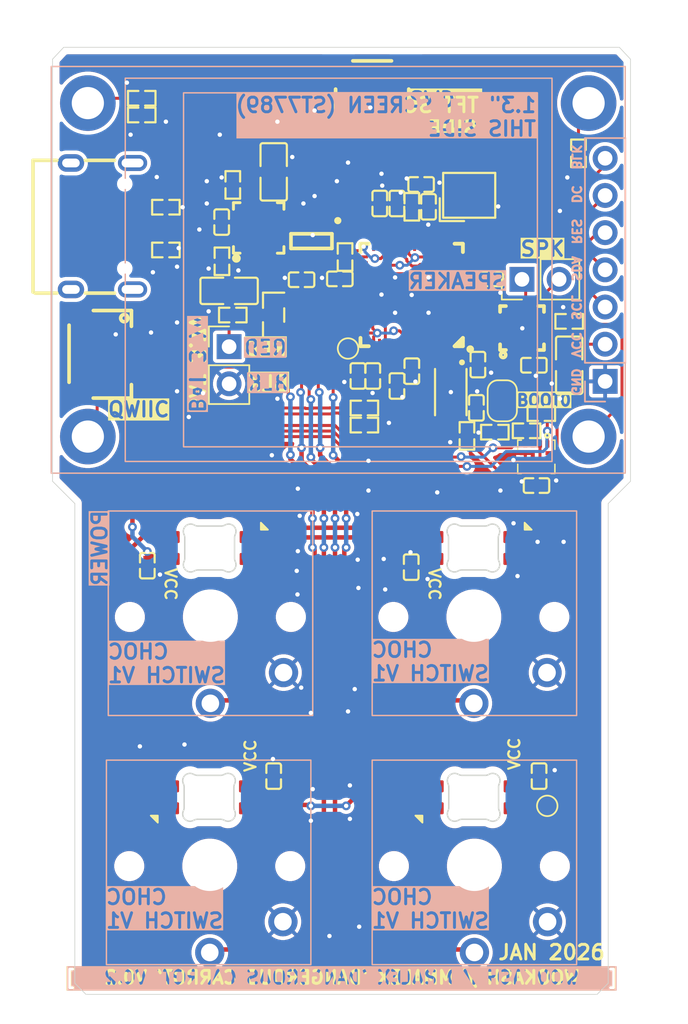
<source format=kicad_pcb>
(kicad_pcb (version 20241229) (generator "pcbnew") (generator_version "9.0")
  (layers (0 "F.Cu" signal) (2 "B.Cu" signal) (13 "F.Paste" user) (15 "B.Paste" user) (5 "F.SilkS" user "F.Silkscreen") (7 "B.SilkS" user "B.Silkscreen") (1 "F.Mask" user) (3 "B.Mask" user) (25 "Edge.Cuts" user))
  (net 0 "")
  (net 1 "VBAT")
  (net 2 "GND")
  (net 3 "+5V")
  (net 4 "VBUS")
  (net 5 "+3V3")
  (net 6 "Net-(USB1-CC1)")
  (net 7 "Net-(USB1-CC2)")
  (net 8 "Net-(U1-ILIM)")
  (net 9 "Net-(U1-ISET)")
  (net 13 "DP")
  (net 14 "DN")
  (net 21 "Net-(U3-USB_DP)")
  (net 22 "Net-(U3-USB_DM)")
  (net 23 "Net-(U3-QSPI_SD1)")
  (net 24 "Net-(X1-OSC2)")
  (net 25 "Net-(U3-QSPI_SCLK)")
  (net 28 "XIN")
  (net 29 "Net-(U3-QSPI_SD0)")
  (net 30 "Net-(U3-QSPI_SD3)")
  (net 31 "Net-(U3-QSPI_SD2)")
  (net 32 "BTN1")
  (net 33 "Net-(LED1-DOUT)")
  (net 34 "LED")
  (net 35 "Net-(LED2-DOUT)")
  (net 36 "Net-(LED3-DOUT)")
  (net 37 "Net-(LED4-DOUT)")
  (net 38 "BTN2")
  (net 39 "BTN3")
  (net 40 "BTN4")
  (net 41 "+1V1")
  (net 42 "Net-(U3-RUN)")
  (net 43 "XOUT")
  (net 45 "Net-(U3-SWD)")
  (net 46 "Net-(U3-SWCLK)")
  (net 49 "SDA")
  (net 50 "SCL")
  (net 51 "Net-(U1-SYSOFF)")
  (net 53 "SOFTPOWER")
  (net 54 "SPIRESET")
  (net 55 "SPIDATA")
  (net 56 "SPIDC")
  (net 57 "SPIBLK")
  (net 58 "SPICLK")
  (net 61 "BCLK")
  (net 64 "SPK+")
  (net 65 "AUDIO")
  (net 66 "LRCLK")
  (net 69 "SPK-")
  (net 70 "TB")
  (net 71 "TA")
  (net 72 "TC")
  (net 73 "TD")
  (net 77 "Net-(U3-GPIO29_ADC3)")
  (net 80 "Net-(JP1-B)")
  (net 81 "Net-(JP1-A)")
  (net 82 "Net-(J2-PadB)")
  (net 83 "Net-(J2-PadA)")
  (net 84 "Net-(J2-PadC)")
  (net 85 "Net-(J2-PadD)")
  (footprint "easyeda2kicad:LQFN-56_L7.0-W7.0-P0.4-EP" (layer "F.Cu") (at 90.4562 40.8682 180)
    (property "Reference" "U3" (hide yes))
    (property "Value" "RP2040")
  )
  (footprint "easyeda2kicad:C0402" (layer "F.Cu") (at 89.4492 34.6202 -90)
    (property "Reference" "C15" (hide yes))
    (property "Value" "100n")
  )
  (footprint "TestPoint:TestPoint_Pad_D1.0mm" (layer "F.Cu") (at 86.106 44.5262)
    (property "Reference" "TP2" (hide yes))
    (property "Value" "TestPoint")
  )
  (footprint "easyeda2kicad:CONN-SMD_SM03B-SRSS-TB-LF-SN-P" (layer "F.Cu") (at 87.757 27.5082 180)
    (property "Reference" "U5" (hide yes))
    (property "Value" "SM03B-SRSS-TB(LF)(SN)(P)")
  )
  (footprint "easyeda2kicad:C0402" (layer "F.Cu") (at 72.39 59.3598 90)
    (property "Reference" "C8" (hide yes))
    (property "Value" "100n")
  )
  (footprint "easyeda2kicad:C0402" (layer "F.Cu") (at 91.1002 33.3212)
    (property "Reference" "C19" (hide yes))
    (property "Value" "18p")
  )
  (footprint "PCM_marbastlib-choc:LED_choc_6028R" (layer "F.Cu") (at 76.65 58.154)
    (property "Reference" "LED2" (hide yes))
    (property "Value" "choc_SK6812MINI-E")
    (fp_line (start -1.699999 -0.702841) (end -1.699999 0.702843) (stroke (width 0.1)) (layer "Edge.Cuts"))
    (fp_line (start -0.794452 1.5) (end 0.794453 1.5) (stroke (width 0.1)) (layer "Edge.Cuts"))
    (fp_line (start 0.794452 -1.499999) (end -0.794452 -1.499999) (stroke (width 0.1)) (layer "Edge.Cuts"))
    (fp_line (start 1.699999 0.702843) (end 1.699999 -0.702841) (stroke (width 0.1)) (layer "Edge.Cuts"))
    (fp_arc (start -1.749484 -0.919719) (mid -1.712527 -0.814067) (end -1.699999 -0.702842) (stroke (width 0.1)) (layer "Edge.Cuts"))
    (fp_arc (start -1.749484 -0.919719) (mid -1.63807 -1.504033) (end -1.046711 -1.568296) (stroke (width 0.1)) (layer "Edge.Cuts"))
    (fp_arc (start -1.699999 0.702843) (mid -1.712527 0.814069) (end -1.749484 0.919721) (stroke (width 0.1)) (layer "Edge.Cuts"))
    (fp_arc (start -1.046711 1.5683) (mid -1.638071 1.504036) (end -1.749484 0.919721) (stroke (width 0.1)) (layer "Edge.Cuts"))
    (fp_arc (start -1.046711 1.5683) (mid -0.925123 1.517378) (end -0.794453 1.500001) (stroke (width 0.1)) (layer "Edge.Cuts"))
    (fp_arc (start -0.794452 -1.499999) (mid -0.925122 -1.517376) (end -1.04671 -1.568298) (stroke (width 0.1)) (layer "Edge.Cuts"))
    (fp_arc (start 0.794453 1.5) (mid 0.925123 1.517377) (end 1.046711 1.568299) (stroke (width 0.1)) (layer "Edge.Cuts"))
    (fp_arc (start 1.046711 -1.568298) (mid 0.925123 -1.517376) (end 0.794452 -1.499999) (stroke (width 0.1)) (layer "Edge.Cuts"))
    (fp_arc (start 1.046711 -1.568298) (mid 1.638072 -1.504034) (end 1.749484 -0.919718) (stroke (width 0.1)) (layer "Edge.Cuts"))
    (fp_arc (start 1.699999 -0.702841) (mid 1.712527 -0.814067) (end 1.749484 -0.919719) (stroke (width 0.1)) (layer "Edge.Cuts"))
    (fp_arc (start 1.749484 0.919721) (mid 1.638071 1.504035) (end 1.046711 1.568299) (stroke (width 0.1)) (layer "Edge.Cuts"))
    (fp_arc (start 1.749484 0.919721) (mid 1.712527 0.814069) (end 1.699999 0.702844) (stroke (width 0.1)) (layer "Edge.Cuts"))
  )
  (footprint "easyeda2kicad:R0402" (layer "F.Cu") (at 77.49 38.5692 90)
    (property "Reference" "R4" (hide yes))
    (property "Value" "1K")
  )
  (footprint "Connector_PinHeader_2.54mm:PinHeader_1x02_P2.54mm_Vertical" (layer "F.Cu") (at 97.9932 39.8018 90)
    (property "Reference" "J3" (hide yes))
    (property "Value" "2pin")
  )
  (footprint "easyeda2kicad:OSC-SMD_4P-L2.5-W2.0-BL" (layer "F.Cu") (at 94.3864 34.0614)
    (property "Reference" "X1" (hide yes))
    (property "Value" "TXM12M0004252FBCEO00T")
  )
  (footprint "easyeda2kicad:C0402" (layer "F.Cu") (at 94.9806 45.6257 90)
    (property "Reference" "C16" (hide yes))
    (property "Value" "100n")
  )
  (footprint "easyeda2kicad:R0402" (layer "F.Cu") (at 98.3086 50.1474 180)
    (property "Reference" "R9" (hide yes))
    (property "Value" "5.1K")
  )
  (footprint "easyeda2kicad:C0402" (layer "F.Cu") (at 94.8782 48.58 -90)
    (property "Reference" "C5" (hide yes))
    (property "Value" "100n")
  )
  (footprint "easyeda2kicad:R0402" (layer "F.Cu") (at 78.232 33.3502 -90)
    (property "Reference" "R3" (hide yes))
    (property "Value" "1K")
  )
  (footprint "easyeda2kicad:C0402" (layer "F.Cu") (at 95.833402 39.769098 180)
    (property "Reference" "C12" (hide yes))
    (property "Value" "100n")
  )
  (footprint "easyeda2kicad:C0805" (layer "F.Cu") (at 77.978 40.5892)
    (property "Reference" "C1" (hide yes))
    (property "Value" "10u")
  )
  (footprint "easyeda2kicad:USB-C-SMD_TYPE-C-6PIN-2MD-073" (layer "F.Cu") (at 69.551398 36.172398 -90)
    (property "Reference" "USB1" (hide yes))
    (property "Value" "TYPE-C 16PIN 2MD(073)")
  )
  (footprint "easyeda2kicad:R0402" (layer "F.Cu") (at 73.66 34.8742 180)
    (property "Reference" "R1" (hide yes))
    (property "Value" "5.1K")
  )
  (footprint "Connector_PinHeader_2.54mm:PinHeader_1x02_P2.54mm_Vertical" (layer "F.Cu") (at 77.978 44.3992)
    (property "Reference" "J1" (hide yes))
    (property "Value" "2pin")
  )
  (footprint "easyeda2kicad:LGA-12_L2.0-W2.0-P0.50-BL" (layer "F.Cu") (at 98.973 51.9254 180)
    (property "Reference" "U6" (hide yes))
    (property "Value" "LIS2DW12TR")
  )
  (footprint "easyeda2kicad:R0402" (layer "F.Cu") (at 78.232 42.2402 180)
    (property "Reference" "R11" (hide yes))
    (property "Value" "100K")
  )
  (footprint "easyeda2kicad:R0402" (layer "F.Cu") (at 101.219 42.672 180)
    (property "Reference" "R17" (hide yes))
    (property "Value" "33")
  )
  (footprint "easyeda2kicad:R0402" (layer "F.Cu") (at 87.2236 49.7586 180)
    (property "Reference" "R5" (hide yes))
    (property "Value" "33")
  )
  (footprint "easyeda2kicad:C0402" (layer "F.Cu") (at 81.026 73.7362 -90)
    (property "Reference" "C6" (hide yes))
    (property "Value" "100n")
  )
  (footprint "easyeda2kicad:R0402" (layer "F.Cu") (at 99.314 48.9712)
    (property "Reference" "R10" (hide yes))
    (property "Value" "5.1K")
  )
  (footprint "easyeda2kicad:C0402" (layer "F.Cu") (at 88.275 34.6202 -90)
    (property "Reference" "C18" (hide yes))
    (property "Value" "100n")
  )
  (footprint "easyeda2kicad:C0402" (layer "F.Cu") (at 77.47 35.8902 90)
    (property "Reference" "C3" (hide yes))
    (property "Value" "1u")
  )
  (footprint "easyeda2kicad:CONN-SMD_4P-P1.00_SM04B-SRSS-TB-LF-SN" (layer "F.Cu") (at 69.504 44.952 -90)
    (property "Reference" "CN1" (hide yes))
    (property "Value" "SM04B-SRSS-TB (LF)(SN)")
  )
  (footprint "easyeda2kicad:R0402" (layer "F.Cu") (at 101.854 31.193 -90)
    (property "Reference" "R14" (hide yes))
    (property "Value" "33")
  )
  (footprint "Jumper:SolderJumper-2_P1.3mm_Open_RoundedPad1.0x1.5mm" (layer "F.Cu") (at 96.647 48.0972 90)
    (property "Reference" "JP1" (hide yes))
    (property "Value" "SolderJumper_2_Open")
  )
  (footprint "easyeda2kicad:R0402" (layer "F.Cu") (at 96.139 50.2412)
    (property "Reference" "R13" (hide yes))
    (property "Value" "1K")
  )
  (footprint "TestPoint:TestPoint_Pad_D1.0mm" (layer "F.Cu") (at 99.7204 75.7682)
    (property "Reference" "TP1" (hide yes))
    (property "Value" "TestPoint")
  )
  (footprint "easyeda2kicad:C0402" (layer "F.Cu") (at 98.985 53.8882)
    (property "Reference" "C21" (hide yes))
    (property "Value" "100n")
  )
  (footprint "easyeda2kicad:C0805" (layer "F.Cu") (at 81.026 32.4612 -90)
    (property "Reference" "C2" (hide yes))
    (property "Value" "10u")
  )
  (footprint "easyeda2kicad:C0402" (layer "F.Cu") (at 87.7982 46.4022 -90)
    (property "Reference" "C10" (hide yes))
    (property "Value" "1u")
  )
  (footprint "PCM_marbastlib-choc:LED_choc_6028R" (layer "F.Cu") (at 94.673 58.154)
    (property "Reference" "LED1" (hide yes))
    (property "Value" "choc_SK6812MINI-E")
    (fp_line (start -1.699999 -0.702841) (end -1.699999 0.702843) (stroke (width 0.1)) (layer "Edge.Cuts"))
    (fp_line (start -0.794452 1.5) (end 0.794453 1.5) (stroke (width 0.1)) (layer "Edge.Cuts"))
    (fp_line (start 0.794452 -1.499999) (end -0.794452 -1.499999) (stroke (width 0.1)) (layer "Edge.Cuts"))
    (fp_line (start 1.699999 0.702843) (end 1.699999 -0.702841) (stroke (width 0.1)) (layer "Edge.Cuts"))
    (fp_arc (start -1.749484 -0.919719) (mid -1.712527 -0.814067) (end -1.699999 -0.702842) (stroke (width 0.1)) (layer "Edge.Cuts"))
    (fp_arc (start -1.749484 -0.919719) (mid -1.63807 -1.504033) (end -1.046711 -1.568296) (stroke (width 0.1)) (layer "Edge.Cuts"))
    (fp_arc (start -1.699999 0.702843) (mid -1.712527 0.814069) (end -1.749484 0.919721) (stroke (width 0.1)) (layer "Edge.Cuts"))
    (fp_arc (start -1.046711 1.5683) (mid -1.638071 1.504036) (end -1.749484 0.919721) (stroke (width 0.1)) (layer "Edge.Cuts"))
    (fp_arc (start -1.046711 1.5683) (mid -0.925123 1.517378) (end -0.794453 1.500001) (stroke (width 0.1)) (layer "Edge.Cuts"))
    (fp_arc (start -0.794452 -1.499999) (mid -0.925122 -1.517376) (end -1.04671 -1.568298) (stroke (width 0.1)) (layer "Edge.Cuts"))
    (fp_arc (start 0.794453 1.5) (mid 0.925123 1.517377) (end 1.046711 1.568299) (stroke (width 0.1)) (layer "Edge.Cuts"))
    (fp_arc (start 1.046711 -1.568298) (mid 0.925123 -1.517376) (end 0.794452 -1.499999) (stroke (width 0.1)) (layer "Edge.Cuts"))
    (fp_arc (start 1.046711 -1.568298) (mid 1.638072 -1.504034) (end 1.749484 -0.919718) (stroke (width 0.1)) (layer "Edge.Cuts"))
    (fp_arc (start 1.699999 -0.702841) (mid 1.712527 -0.814067) (end 1.749484 -0.919719) (stroke (width 0.1)) (layer "Edge.Cuts"))
    (fp_arc (start 1.749484 0.919721) (mid 1.638071 1.504035) (end 1.046711 1.568299) (stroke (width 0.1)) (layer "Edge.Cuts"))
    (fp_arc (start 1.749484 0.919721) (mid 1.712527 0.814069) (end 1.699999 0.702844) (stroke (width 0.1)) (layer "Edge.Cuts"))
  )
  (footprint "easyeda2kicad:R0402" (layer "F.Cu") (at 72.009 27.432 180)
    (property "Reference" "R16" (hide yes))
    (property "Value" "33")
  )
  (footprint "easyeda2kicad:C0402" (layer "F.Cu") (at 99.1616 73.7362 -90)
    (property "Reference" "C7" (hide yes))
    (property "Value" "100n")
  )
  (footprint "PCM_marbastlib-choc:LED_choc_6028R-ROT" (layer "F.Cu") (at 76.6064 75.184)
    (property "Reference" "LED3" (hide yes))
    (property "Value" "choc_SK6812MINI-E")
    (fp_line (start -1.699999 -0.702843) (end -1.699999 0.702841) (stroke (width 0.1)) (layer "Edge.Cuts"))
    (fp_line (start -0.794452 1.499999) (end 0.794452 1.499999) (stroke (width 0.1)) (layer "Edge.Cuts"))
    (fp_line (start 0.794452 -1.5) (end -0.794453 -1.5) (stroke (width 0.1)) (layer "Edge.Cuts"))
    (fp_line (start 1.699999 0.702841) (end 1.699999 -0.702843) (stroke (width 0.1)) (layer "Edge.Cuts"))
    (fp_arc (start -1.749484 -0.919721) (mid -1.712527 -0.814069) (end -1.699999 -0.702844) (stroke (width 0.1)) (layer "Edge.Cuts"))
    (fp_arc (start -1.749484 -0.919721) (mid -1.63807 -1.504035) (end -1.046711 -1.568299) (stroke (width 0.1)) (layer "Edge.Cuts"))
    (fp_arc (start -1.699999 0.702841) (mid -1.712527 0.814067) (end -1.749484 0.919719) (stroke (width 0.1)) (layer "Edge.Cuts"))
    (fp_arc (start -1.046711 1.568298) (mid -1.638072 1.504034) (end -1.749484 0.919718) (stroke (width 0.1)) (layer "Edge.Cuts"))
    (fp_arc (start -1.046711 1.568298) (mid -0.925123 1.517376) (end -0.794452 1.499999) (stroke (width 0.1)) (layer "Edge.Cuts"))
    (fp_arc (start -0.794453 -1.5) (mid -0.925123 -1.517377) (end -1.046711 -1.568299) (stroke (width 0.1)) (layer "Edge.Cuts"))
    (fp_arc (start 0.794452 1.499999) (mid 0.925122 1.517376) (end 1.04671 1.568298) (stroke (width 0.1)) (layer "Edge.Cuts"))
    (fp_arc (start 1.046711 -1.5683) (mid 0.925123 -1.517378) (end 0.794453 -1.500001) (stroke (width 0.1)) (layer "Edge.Cuts"))
    (fp_arc (start 1.046711 -1.5683) (mid 1.638071 -1.504036) (end 1.749484 -0.919721) (stroke (width 0.1)) (layer "Edge.Cuts"))
    (fp_arc (start 1.699999 -0.702843) (mid 1.712527 -0.814069) (end 1.749484 -0.919721) (stroke (width 0.1)) (layer "Edge.Cuts"))
    (fp_arc (start 1.749484 0.919719) (mid 1.63807 1.504033) (end 1.046711 1.568296) (stroke (width 0.1)) (layer "Edge.Cuts"))
    (fp_arc (start 1.749484 0.919719) (mid 1.712527 0.814067) (end 1.699999 0.702842) (stroke (width 0.1)) (layer "Edge.Cuts"))
  )
  (footprint "easyeda2kicad:R0402" (layer "F.Cu") (at 87.2236 48.5902 180)
    (property "Reference" "R6" (hide yes))
    (property "Value" "33")
  )
  (footprint "easyeda2kicad:R0402" (layer "F.Cu") (at 94.234 50.4952 -90)
    (property "Reference" "R12" (hide yes))
    (property "Value" "5.1K")
  )
  (footprint "easyeda2kicad:C0402" (layer "F.Cu") (at 89.4492 47.088 90)
    (property "Reference" "C14" (hide yes))
    (property "Value" "100n")
  )
  (footprint "easyeda2kicad:C0402" (layer "F.Cu") (at 86.7822 46.4022 90)
    (property "Reference" "C11" (hide yes))
    (property "Value" "1u")
  )
  (footprint "PCM_marbastlib-choc:LED_choc_6028R-ROT" (layer "F.Cu") (at 94.6912 75.184)
    (property "Reference" "LED4" (hide yes))
    (property "Value" "choc_SK6812MINI-E")
    (fp_line (start -1.699999 -0.702843) (end -1.699999 0.702841) (stroke (width 0.1)) (layer "Edge.Cuts"))
    (fp_line (start -0.794452 1.499999) (end 0.794452 1.499999) (stroke (width 0.1)) (layer "Edge.Cuts"))
    (fp_line (start 0.794452 -1.5) (end -0.794453 -1.5) (stroke (width 0.1)) (layer "Edge.Cuts"))
    (fp_line (start 1.699999 0.702841) (end 1.699999 -0.702843) (stroke (width 0.1)) (layer "Edge.Cuts"))
    (fp_arc (start -1.749484 -0.919721) (mid -1.712527 -0.814069) (end -1.699999 -0.702844) (stroke (width 0.1)) (layer "Edge.Cuts"))
    (fp_arc (start -1.749484 -0.919721) (mid -1.63807 -1.504035) (end -1.046711 -1.568299) (stroke (width 0.1)) (layer "Edge.Cuts"))
    (fp_arc (start -1.699999 0.702841) (mid -1.712527 0.814067) (end -1.749484 0.919719) (stroke (width 0.1)) (layer "Edge.Cuts"))
    (fp_arc (start -1.046711 1.568298) (mid -1.638072 1.504034) (end -1.749484 0.919718) (stroke (width 0.1)) (layer "Edge.Cuts"))
    (fp_arc (start -1.046711 1.568298) (mid -0.925123 1.517376) (end -0.794452 1.499999) (stroke (width 0.1)) (layer "Edge.Cuts"))
    (fp_arc (start -0.794453 -1.5) (mid -0.925123 -1.517377) (end -1.046711 -1.568299) (stroke (width 0.1)) (layer "Edge.Cuts"))
    (fp_arc (start 0.794452 1.499999) (mid 0.925122 1.517376) (end 1.04671 1.568298) (stroke (width 0.1)) (layer "Edge.Cuts"))
    (fp_arc (start 1.046711 -1.5683) (mid 0.925123 -1.517378) (end 0.794453 -1.500001) (stroke (width 0.1)) (layer "Edge.Cuts"))
    (fp_arc (start 1.046711 -1.5683) (mid 1.638071 -1.504036) (end 1.749484 -0.919721) (stroke (width 0.1)) (layer "Edge.Cuts"))
    (fp_arc (start 1.699999 -0.702843) (mid 1.712527 -0.814069) (end 1.749484 -0.919721) (stroke (width 0.1)) (layer "Edge.Cuts"))
    (fp_arc (start 1.749484 0.919719) (mid 1.63807 1.504033) (end 1.046711 1.568296) (stroke (width 0.1)) (layer "Edge.Cuts"))
    (fp_arc (start 1.749484 0.919719) (mid 1.712527 0.814067) (end 1.699999 0.702842) (stroke (width 0.1)) (layer "Edge.Cuts"))
  )
  (footprint "easyeda2kicad:TQFN-16_L3.0-W3.0-P0.50-BL-EP1.5" (layer "F.Cu") (at 97.996751 43.1278)
    (property "Reference" "U7" (hide yes))
    (property "Value" "MAX98357AETE+T")
  )
  (footprint "easyeda2kicad:C0402" (layer "F.Cu") (at 85.546402 39.769098)
    (property "Reference" "C13" (hide yes))
    (property "Value" "100n")
  )
  (footprint "easyeda2kicad:C0402" (layer "F.Cu") (at 90.424 59.4614 -90)
    (property "Reference" "C9" (hide yes))
    (property "Value" "100n")
  )
  (footprint "easyeda2kicad:SOT-23-3_L2.9-W1.3-P1.90-LS2.4-BL-1" (layer "F.Cu") (at 81.026 42.2402 90)
    (property "Reference" "D1" (hide yes))
    (property "Value" "BAW56")
  )
  (footprint "easyeda2kicad:SOT-25-5_L2.9-W1.6-P0.95-LS2.8-BL" (layer "F.Cu") (at 83.627 37.1902 180)
    (property "Reference" "U2" (hide yes))
    (property "Value" "AP2112K-3.3TRG1")
  )
  (footprint "easyeda2kicad:C0805" (layer "F.Cu") (at 101.219 45.6692 -90)
    (property "Reference" "C22" (hide yes))
    (property "Value" "10u")
  )
  (footprint "easyeda2kicad:R0402" (layer "F.Cu") (at 85.9028 38.2778 90)
    (property "Reference" "R7" (hide yes))
    (property "Value" "5.1K")
  )
  (footprint "easyeda2kicad:C0402" (layer "F.Cu") (at 98.806 45.6692)
    (property "Reference" "C23" (hide yes))
    (property "Value" "100n")
  )
  (footprint "easyeda2kicad:R0402" (layer "F.Cu") (at 73.66 37.7952 180)
    (property "Reference" "R2" (hide yes))
    (property "Value" "5.1K")
  )
  (footprint "easyeda2kicad:C0402" (layer "F.Cu") (at 91.6082 34.8452 -90)
    (property "Reference" "C20" (hide yes))
    (property "Value" "18p")
  )
  (footprint "easyeda2kicad:C0402" (layer "F.Cu") (at 90.4652 46.072 90)
    (property "Reference" "C17" (hide yes))
    (property "Value" "100n")
  )
  (footprint "easyeda2kicad:R0402" (layer "F.Cu") (at 90.4652 34.8452 90)
    (property "Reference" "R8" (hide yes))
    (property "Value" "1K")
  )
  (footprint "easyeda2kicad:USON-8_L3.0-W2.0-P0.50-BL-EP" (layer "F.Cu") (at 93.1322 47.5053 180)
    (property "Reference" "U4" (hide yes))
    (property "Value" "W25Q16JVUXIQ")
  )
  (footprint "easyeda2kicad:R0402" (layer "F.Cu") (at 72.009 28.575)
    (property "Reference" "R15" (hide yes))
    (property "Value" "33")
  )
  (footprint "easyeda2kicad:C0402" (layer "F.Cu") (at 82.931 39.8272)
    (property "Reference" "C4" (hide yes))
    (property "Value" "1u")
  )
  (footprint "easyeda2kicad:QFN-16_L3.0-W3.0-P0.50-TL-EP1.7" (layer "F.Cu") (at 80.006 36.2952 90)
    (property "Reference" "U1" (hide yes))
    (property "Value" "BQ24075RGTR")
  )
  (footprint "PCM_marbastlib-choc:SW_choc_v1_1u" (layer "B.Cu") (at 76.6572 79.883 180)
    (property "Reference" "CH3" (hide yes))
    (property "Value" "choc_v1_SW_solder")
  )
  (footprint "plinky:tft 1.3" (layer "B.Cu") (at 105.046 53.0422 90)
    (property "Reference" "J2" (hide yes))
    (property "Value" "1.3_tft")
  )
  (footprint "PCM_marbastlib-choc:SW_choc_v1_1u" (layer "B.Cu") (at 94.742 79.883 180)
    (property "Reference" "CH4" (hide yes))
    (property "Value" "choc_v1_SW_solder")
  )
  (footprint "PCM_marbastlib-choc:SW_choc_v1_1u" (layer "B.Cu") (at 76.698 62.865 180)
    (property "Reference" "CH2" (hide yes))
    (property "Value" "choc_v1_SW_solder")
  )
  (footprint "PCM_marbastlib-choc:SW_choc_v1_1u" (layer "B.Cu") (at 94.7048 62.865 180)
    (property "Reference" "CH1" (hide yes))
    (property "Value" "choc_v1_SW_solder")
  )
  (gr_rect (start 69.723 55.626) (end 83.693 69.596) (stroke (width 0.1)) (fill no) (layer "B.SilkS"))
  (gr_rect (start 87.757 72.644) (end 101.727 86.614) (stroke (width 0.1)) (fill no) (layer "B.SilkS"))
  (gr_rect (start 69.596 72.644) (end 83.566 86.614) (stroke (width 0.1)) (fill no) (layer "B.SilkS"))
  (gr_rect (start 87.757 55.626) (end 101.727 69.596) (stroke (width 0.1)) (fill no) (layer "B.SilkS"))
  (gr_line (start 65.913 53.594) (end 65.913 24.765) (stroke (width 0.05)) (layer "Edge.Cuts"))
  (gr_line (start 103.124 88.646) (end 103.886 87.884) (stroke (width 0.05)) (layer "Edge.Cuts"))
  (gr_line (start 65.913 24.765) (end 66.675 23.9522) (stroke (width 0.05)) (layer "Edge.Cuts"))
  (gr_line (start 105.41 24.765) (end 104.648 23.9522) (stroke (width 0.05)) (layer "Edge.Cuts"))
  (gr_line (start 67.437 55.118) (end 67.437 87.884) (stroke (width 0.05)) (layer "Edge.Cuts"))
  (gr_line (start 66.675 54.356) (end 67.437 55.118) (stroke (width 0.05)) (layer "Edge.Cuts"))
  (gr_line (start 105.41 53.594) (end 104.648 54.356) (stroke (width 0.05)) (layer "Edge.Cuts"))
  (gr_line (start 103.886 87.884) (end 103.886 55.118) (stroke (width 0.05)) (layer "Edge.Cuts"))
  (gr_line (start 68.199 88.646) (end 67.437 87.884) (stroke (width 0.05)) (layer "Edge.Cuts"))
  (gr_line (start 66.675 54.356) (end 65.913 53.594) (stroke (width 0.05)) (layer "Edge.Cuts"))
  (gr_line (start 105.41 53.594) (end 105.41 24.765) (stroke (width 0.05)) (layer "Edge.Cuts"))
  (gr_line (start 104.648 23.9522) (end 66.675 23.9522) (stroke (width 0.05)) (layer "Edge.Cuts"))
  (gr_line (start 103.124 88.646) (end 68.199 88.646) (stroke (width 0.05)) (layer "Edge.Cuts"))
  (gr_line (start 103.886 55.118) (end 104.648 54.356) (stroke (width 0.05)) (layer "Edge.Cuts"))
  (gr_text "QWIIC" (at 69.596 49.276 0) (layer "F.SilkS" knockout) (effects (font (size 1 1) (thickness 0.2) (bold yes)) (justify left bottom)))
  (gr_text "VCC" (at 97.917 73.406 90) (layer "F.SilkS") (effects (font (size 0.762 0.762) (thickness 0.1524) (bold yes)) (justify left bottom)))
  (gr_text "VCC" (at 73.533 59.436 270) (layer "F.SilkS") (effects (font (size 0.762 0.762) (thickness 0.1524) (bold yes)) (justify left bottom)))
  (gr_text "JAN 2026" (at 96.266 86.36 0) (layer "F.SilkS") (effects (font (size 1 1) (thickness 0.2) (bold yes)) (justify left bottom)))
  (gr_text "VCC" (at 91.567 59.436 270) (layer "F.SilkS") (effects (font (size 0.762 0.762) (thickness 0.1524) (bold yes)) (justify left bottom)))
  (gr_text "RED" (at 78.867 45.0342 0) (layer "F.SilkS" knockout) (effects (font (size 1 1) (thickness 0.2) (bold yes)) (justify left bottom)))
  (gr_text "SWD\nDEBUG" (at 90.17 29.718 0) (layer "F.SilkS" knockout) (effects (font (size 1 1) (thickness 0.2) (bold yes)) (justify left bottom)))
  (gr_text "[   WOOKASH / MMALEX 'DANGEROUS CARROT' V0.2   ]" (at 66.675 88.011 0) (layer "F.SilkS" knockout) (effects (font (size 0.889 0.889) (thickness 0.2) (bold yes)) (justify left bottom)))
  (gr_text "SPK" (at 97.79 38.3032 0) (layer "F.SilkS" knockout) (effects (font (size 1 1) (thickness 0.2) (bold yes)) (justify left bottom)))
  (gr_text "BAT 3.7v" (at 76.454 49.022 90) (layer "F.SilkS" knockout) (effects (font (size 1 1) (thickness 0.2) (bold yes)) (justify left bottom)))
  (gr_text "BOOT0" (at 97.536 48.514 0) (layer "F.SilkS" knockout) (effects (font (size 0.762 0.762) (thickness 0.1905) (bold yes)) (justify left bottom)))
  (gr_text "BLK" (at 79.121 47.4472 0) (layer "F.SilkS" knockout) (effects (font (size 1 1) (thickness 0.2) (bold yes)) (justify left bottom)))
  (gr_text "VCC" (at 79.883 73.533 90) (layer "F.SilkS") (effects (font (size 0.762 0.762) (thickness 0.1524) (bold yes)) (justify left bottom)))
  (gr_text "1.3{dblquote} TFT SCREEN (ST7789)\nTHIS SIDE" (at 99.06 30.099 0) (layer "B.SilkS" knockout) (effects (font (size 1 1) (thickness 0.2) (bold yes)) (justify left bottom mirror)))
  (gr_text "SPEAKER" (at 97.028 40.513 0) (layer "B.SilkS" knockout) (effects (font (size 1 1) (thickness 0.2) (bold yes)) (justify left bottom mirror)))
  (gr_text "[   WOOKASH / MMALEX 'DANGEROUS CARROT' V0.2   ]" (at 104.648 88.011 0) (layer "B.SilkS" knockout) (effects (font (size 0.889 0.889) (thickness 0.2) (bold yes)) (justify left bottom mirror)))
  (gr_text "BAT 3.7v" (at 75.184 49.022 270) (layer "B.SilkS" knockout) (effects (font (size 1 1) (thickness 0.2) (bold yes)) (justify left bottom mirror)))
  (gr_text "CHOC\nSWITCH V1" (at 69.596 67.437 0) (layer "B.SilkS" knockout) (effects (font (size 1 1) (thickness 0.2) (bold yes)) (justify right bottom mirror)))
  (gr_text "CHOC\nSWITCH V1" (at 69.469 84.201 0) (layer "B.SilkS" knockout) (effects (font (size 1 1) (thickness 0.2) (bold yes)) (justify right bottom mirror)))
  (gr_text "POWER" (at 69.723 60.833 90) (layer "B.SilkS" knockout) (effects (font (size 1 1) (thickness 0.2) (bold yes)) (justify right bottom mirror)))
  (gr_text "CHOC\nSWITCH V1" (at 87.63 84.201 0) (layer "B.SilkS" knockout) (effects (font (size 1 1) (thickness 0.2) (bold yes)) (justify right bottom mirror)))
  (gr_text "BLK" (at 82.169 47.498 0) (layer "B.SilkS" knockout) (effects (font (size 1 1) (thickness 0.2) (bold yes)) (justify left bottom mirror)))
  (gr_text "RED" (at 82.042 45.085 0) (layer "B.SilkS" knockout) (effects (font (size 1 1) (thickness 0.2) (bold yes)) (justify left bottom mirror)))
  (gr_text "CHOC\nSWITCH V1" (at 87.63 67.31 0) (layer "B.SilkS" knockout) (effects (font (size 1 1) (thickness 0.2) (bold yes)) (justify right bottom mirror)))
  (segment (start 77.802 42.4162) (end 77.978 42.5922) (width 0.2032) (layer "F.Cu") (net 1))
  (segment (start 79.867 39.7002) (end 78.978 40.5892) (width 0.2032) (layer "F.Cu") (net 1))
  (segment (start 79.867 39.0732) (end 79.867 39.7002) (width 0.2032) (layer "F.Cu") (net 1))
  (segment (start 77.978 42.5922) (end 77.978 44.3992) (width 0.2032) (layer "F.Cu") (net 1))
  (segment (start 79.756 38.1842) (end 80.256 38.6842) (width 0.2032) (layer "F.Cu") (net 1))
  (segment (start 80.256 37.7952) (end 80.256 38.6842) (width 0.2032) (layer "F.Cu") (net 1))
  (segment (start 80.256 38.6842) (end 79.867 39.0732) (width 0.2032) (layer "F.Cu") (net 1))
  (segment (start 79.756 37.7952) (end 79.756 38.1842) (width 0.2032) (layer "F.Cu") (net 1))
  (segment (start 78.978 40.5892) (end 77.802 41.7652) (width 0.2032) (layer "F.Cu") (net 1))
  (segment (start 77.802 41.7652) (end 77.802 42.2402) (width 0.2032) (layer "F.Cu") (net 1))
  (segment (start 77.802 42.2402) (end 77.802 42.4162) (width 0.2032) (layer "F.Cu") (net 1))
  (segment (start 78.232 32.9202) (end 77.548 32.9202) (width 0.2032) (layer "F.Cu") (net 2))
  (segment (start 82.28 31.4612) (end 82.296 31.4452) (width 0.2032) (layer "F.Cu") (net 2))
  (segment (start 74.09 34.8742) (end 74.803 34.8742) (width 0.2032) (layer "F.Cu") (net 2))
  (segment (start 76.978 41.5892) (end 76.581 41.9862) (width 0.2032) (layer "F.Cu") (net 2))
  (segment (start 90.6802 33.3412) (end 90.149013 33.872387) (width 0.2) (layer "F.Cu") (net 2))
  (segment (start 92.4374 46.8105) (end 93.1322 47.5053) (width 0.2032) (layer "F.Cu") (net 2))
  (segment (start 103.676 46.7722) (end 101.322 46.7722) (width 0.2032) (layer "F.Cu") (net 2))
  (segment (start 98.093 52.1754) (end 97.4382 52.1754) (width 0.2032) (layer "F.Cu") (net 2))
  (segment (start 92.3544 33.5534) (end 92.3544 33.1978) (width 0.2032) (layer "F.Cu") (net 2))
  (segment (start 91.4562 37.4382) (end 91.4562 36.196819) (width 0.2) (layer "F.Cu") (net 2))
  (segment (start 90.6802 33.3212) (end 90.528504 33.3212) (width 0.2032) (layer "F.Cu") (net 2))
  (segment (start 81.026 31.4612) (end 82.28 31.4612) (width 0.2032) (layer "F.Cu") (net 2))
  (segment (start 96.253402 39.769098) (end 96.253402 40.449602) (width 0.2032) (layer "F.Cu") (net 2))
  (segment (start 97.746751 43.3778) (end 97.996751 43.1278) (width 0.2032) (layer "F.Cu") (net 2))
  (segment (start 89.817559 47.516491) (end 89.817559 47.842199) (width 0.2032) (layer "F.Cu") (net 2))
  (segment (start 91.6082 34.4252) (end 92.4172 33.6162) (width 0.2032) (layer "F.Cu") (net 2))
  (segment (start 97.746751 42.8778) (end 97.996751 43.1278) (width 0.2032) (layer "F.Cu") (net 2))
  (segment (start 81.026 72.6186) (end 80.9752 72.5678) (width 0.2032) (layer "F.Cu") (net 2))
  (segment (start 92.328724 35.6186) (end 94.5292 35.6186) (width 0.2) (layer "F.Cu") (net 2))
  (segment (start 88.275 33.5688) (end 88.4428 33.401) (width 0.2) (layer "F.Cu") (net 2))
  (segment (start 92.722 33.3114) (end 93.4364 33.3114) (width 0.2032) (layer "F.Cu") (net 2))
  (segment (start 73.064 59.7798) (end 73.2536 59.9694) (width 0.2032) (layer "F.Cu") (net 2))
  (segment (start 88.275 34.2002) (end 88.275 33.5688) (width 0.2) (layer "F.Cu") (net 2))
  (segment (start 98.565 52.9634) (end 98.723 52.8054) (width 0.2032) (layer "F.Cu") (net 2))
  (segment (start 71.931398 32.972398) (end 72.877398 32.972398) (width 0.2032) (layer "F.Cu") (net 2))
  (segment (start 77.113 40.5892) (end 76.978 40.5892) (width 0.2032) (layer "F.Cu") (net 2))
  (segment (start 96.496751 43.3778) (end 97.746751 43.3778) (width 0.2032) (layer "F.Cu") (net 2))
  (segment (start 90.4652 46.492) (end 90.4652 46.54106) (width 0.2032) (layer "F.Cu") (net 2))
  (segment (start 98.565 53.8882) (end 98.565 53.3802) (width 0.2032) (layer "F.Cu") (net 2))
  (segment (start 87.7982 47.549) (end 87.7832 47.564) (width 0.2032) (layer "F.Cu") (net 2))
  (segment (start 77.49 40.2122) (end 77.113 40.5892) (width 0.2032) (layer "F.Cu") (net 2))
  (segment (start 91.882318 36.065006) (end 92.328724 35.6186) (width 0.2) (layer "F.Cu") (net 2))
  (segment (start 89.809068 47.508) (end 89.817559 47.516491) (width 0.2032) (layer "F.Cu") (net 2))
  (segment (start 98.014751 43.1458) (end 97.996751 43.1278) (width 0.2032) (layer "F.Cu") (net 2))
  (segment (start 92.4172 33.6162) (end 92.722 33.3114) (width 0.2032) (layer "F.Cu") (net 2))
  (segment (start 98.246751 44.6278) (end 98.246751 45.7798) (width 0.2032) (layer "F.Cu") (net 2))
  (segment (start 78.506 36.0452) (end 77.735 36.0452) (width 0.2032) (layer "F.Cu") (net 2))
  (segment (start 94.5292 35.6186) (end 95.3364 34.8114) (width 0.2) (layer "F.Cu") (net 2))
  (segment (start 86.7822 46.8222) (end 87.7982 46.8222) (width 0.2032) (layer "F.Cu") (net 2))
  (segment (start 97.746751 41.6278) (end 97.746751 42.8778) (width 0.2032) (layer "F.Cu") (net 2))
  (segment (start 72.877398 32.972398) (end 73.035798 32.813998) (width 0.2032) (layer "F.Cu") (net 2))
  (segment (start 98.386 46.1424) (end 98.633443 46.389843) (width 0.2032) (layer "F.Cu") (net 2))
  (segment (start 96.3556 34.8114) (end 96.3676 34.8234) (width 0.2) (layer "F.Cu") (net 2))
  (segment (start 98.0264 53.6526) (end 97.9805 53.6067) (width 0.2032) (layer "F.Cu") (net 2))
  (segment (start 87.7982 46.8222) (end 87.7982 47.549) (width 0.2032) (layer "F.Cu") (net 2))
  (segment (start 94.8782 48.16) (end 93.537 48.16) (width 0.2032) (layer "F.Cu") (net 2))
  (segment (start 71.444 43.452) (end 72.626 43.452) (width 0.2032) (layer "F.Cu") (net 2))
  (segment (start 89.4492 34.2002) (end 89.483739 34.234739) (width 0.2) (layer "F.Cu") (net 2))
  (segment (start 101.219 46.6692) (end 100.27656 46.6692) (width 0.2032) (layer "F.Cu") (net 2))
  (segment (start 97.4162 57.1874) (end 97.4162 56.4642) (width 0.2032) (layer "F.Cu") (net 2))
  (segment (start 78.052 38.9992) (end 79.256 37.7952) (width 0.2032) (layer "F.Cu") (net 2))
  (segment (start 74.09 37.7952) (end 74.407 37.7952) (width 0.2032) (layer "F.Cu") (net 2))
  (segment (start 92.4374 46.0505) (end 92.4374 46.8105) (width 0.2032) (layer "F.Cu") (net 2))
  (segment (start 80.756 37.7952) (end 80.756 37.0452) (width 0.2032) (layer "F.Cu") (net 2))
  (segment (start 95.3364 34.8114) (end 96.3556 34.8114) (width 0.2) (layer "F.Cu") (net 2))
  (segment (start 77.49 38.9992) (end 77.49 40.2122) (width 0.2032) (layer "F.Cu") (net 2))
  (segment (start 80.756 37.7952) (end 80.756 38.6682) (width 0.2032) (layer "F.Cu") (net 2))
  (segment (start 95.054244 50.2412) (end 95.025122 50.270322) (width 0.2032) (layer "F.Cu") (net 2))
  (segment (start 89.4492 34.2002) (end 89.4492 34.132554) (width 0.2) (layer "F.Cu") (net 2))
  (segment (start 87.757 28.194) (end 87.63 28.067) (width 0.2032) (layer "F.Cu") (net 2))
  (segment (start 101.322 46.7722) (end 101.219 46.6692) (width 0.2032) (layer "F.Cu") (net 2))
  (segment (start 77.629 39.9382) (end 77.867 39.9382) (width 0.2032) (layer "F.Cu") (net 2))
  (segment (start 89.4492 34.132554) (end 89.709367 33.872387) (width 0.2) (layer "F.Cu") (net 2))
  (segment (start 70.34 43.452) (end 70.231 43.561) (width 0.2032) (layer "F.Cu") (net 2))
  (segment (start 83.627 36.7132) (end 83.693 36.7792) (width 0.2032) (layer "F.Cu") (net 2))
  (segment (start 83.627 35.8902) (end 83.627 36.7132) (width 0.2032) (layer "F.Cu") (net 2))
  (segment (start 80.756 35.5452) (end 80.006 36.2952) (width 0.2032) (layer "F.Cu") (net 2))
  (segment (start 77.49 38.9992) (end 78.052 38.9992) (width 0.2032) (layer "F.Cu") (net 2))
  (segment (start 76.978 40.5892) (end 76.978 41.5892) (width 0.2032) (layer "F.Cu") (net 2))
  (segment (start 71.931398 39.372398) (end 72.717802 39.372398) (width 0.2032) (layer "F.Cu") (net 2))
  (segment (start 100.27656 46.6692) (end 100.026633 46.919127) (width 0.2032) (layer "F.Cu") (net 2))
  (segment (start 79.256 37.0452) (end 80.006 36.2952) (width 0.2032) (layer "F.Cu") (net 2))
  (segment (start 92.4172 33.6162) (end 92.3544 33.5534) (width 0.2032) (layer "F.Cu") (net 2))
  (segment (start 77.867 39.9382) (end 78.613 39.1922) (width 0.2032) (layer "F.Cu") (net 2))
  (segment (start 77.548 32.9202) (end 77.47 32.8422) (width 0.2032) (layer "F.Cu") (net 2))
  (segment (start 94.8782 48.16) (end 94.8782 47.5061) (width 0.2032) (layer "F.Cu") (net 2))
  (segment (start 98.246751 44.6278) (end 98.246751 43.3778) (width 0.2032) (layer "F.Cu") (net 2))
  (segment (start 98.2926 53.6526) (end 98.0264 53.6526) (width 0.2032) (layer "F.Cu") (net 2))
  (segment (start 80.756 38.6682) (end 81.788 39.7002) (width 0.2032) (layer "F.Cu") (net 2))
  (segment (start 71.444 43.452) (end 70.34 43.452) (width 0.2032) (layer "F.Cu") (net 2))
  (segment (start 81.506 37.0452) (end 80.756 37.0452) (width 0.2032) (layer "F.Cu") (net 2))
  (segment (start 97.4382 52.1754) (end 97.409 52.1462) (width 0.2032) (layer "F.Cu") (net 2))
  (segment (start 87.757 29.4482) (end 87.757 28.194) (width 0.2032) (layer "F.Cu") (net 2))
  (segment (start 98.565 53.3802) (end 98.2926 53.6526) (width 0.2032) (layer "F.Cu") (net 2))
  (segment (start 82.511 39.8272) (end 81.915 39.8272) (width 0.2032) (layer "F.Cu") (net 2))
  (segment (start 89.483739 34.234739) (end 89.483739 34.319844) (width 0.2) (layer "F.Cu") (net 2))
  (segment (start 72.626 43.452) (end 72.644 43.434) (width 0.2032) (layer "F.Cu") (net 2))
  (segment (start 90.149013 33.872387) (end 89.709367 33.872387) (width 0.2) (layer "F.Cu") (net 2))
  (segment (start 90.424 59.0414) (end 90.424 58.4962) (width 0.2032) (layer "F.Cu") (net 2))
  (segment (start 72.717802 39.372398) (end 72.771 39.3192) (width 0.2032) (layer "F.Cu") (net 2))
  (segment (start 101.219 47.3202) (end 100.584 47.9552) (width 0.2032) (layer "F.Cu") (net 2))
  (segment (start 81.026 73.3162) (end 81.026 72.6186) (width 0.2032) (layer "F.Cu") (net 2))
  (segment (start 93.1322 47.7552) (end 93.1322 47.5053) (width 0.2032) (layer "F.Cu") (net 2))
  (segment (start 76.978 40.5892) (end 77.629 39.9382) (width 0.2032) (layer "F.Cu") (net 2))
  (segment (start 98.723 52.8054) (end 98.223 52.8054) (width 0.2032) (layer "F.Cu") (net 2))
  (segment (start 79.756 36.0452) (end 80.006 36.2952) (width 0.2032) (layer "F.Cu") (net 2))
  (segment (start 90.424 58.4962) (end 90.3732 58.4454) (width 0.2032) (layer "F.Cu") (net 2))
  (segment (start 91.4562 36.196819) (end 91.588013 36.065006) (width 0.2) (layer "F.Cu") (net 2))
  (segment (start 94.8782 47.5061) (end 94.9298 47.4545) (width 0.2032) (layer "F.Cu") (net 2))
  (segment (start 98.633443 46.389843) (end 98.939961 46.389843) (width 0.2032) (layer "F.Cu") (net 2))
  (segment (start 77.735 36.0452) (end 77.47 36.3102) (width 0.2032) (layer "F.Cu") (net 2))
  (segment (start 94.9806 47.4037) (end 94.9298 47.4545) (width 0.2032) (layer "F.Cu") (net 2))
  (segment (start 99.1616 73.3162) (end 100.2148 73.3162) (width 0.2032) (layer "F.Cu") (net 2))
  (segment (start 100.2148 73.3162) (end 100.2284 73.3298) (width 0.2032) (layer "F.Cu") (net 2))
  (segment (start 91.588013 36.065006) (end 91.882318 36.065006) (width 0.2) (layer "F.Cu") (net 2))
  (segment (start 98.223 51.8054) (end 98.093 51.6754) (width 0.2032) (layer "F.Cu") (net 2))
  (segment (start 92.3822 45.9953) (end 92.4374 46.0505) (width 0.2032) (layer "F.Cu") (net 2))
  (segment (start 85.126402 39.769098) (end 84.396898 39.769098) (width 0.2032) (layer "F.Cu") (net 2))
  (segment (start 84.396898 39.769098) (end 84.328 39.7002) (width 0.2032) (layer "F.Cu") (net 2))
  (segment (start 98.386 45.6692) (end 98.386 46.1424) (width 0.2032) (layer "F.Cu") (net 2))
  (segment (start 90.4652 46.54106) (end 90.712536 46.788396) (width 0.2032) (layer "F.Cu") (net 2))
  (segment (start 72.39 59.7798) (end 73.064 59.7798) (width 0.2032) (layer "F.Cu") (net 2))
  (segment (start 98.565 53.3802) (end 98.565 52.9634) (width 0.2032) (layer "F.Cu") (net 2))
  (segment (start 81.915 39.8272) (end 81.788 39.7002) (width 0.2032) (layer "F.Cu") (net 2))
  (segment (start 78.506 36.0452) (end 79.756 36.0452) (width 0.2032) (layer "F.Cu") (net 2))
  (segment (start 93.537 48.16) (end 93.1322 47.7552) (width 0.2032) (layer "F.Cu") (net 2))
  (segment (start 98.223 52.8054) (end 98.223 51.8054) (width 0.2032) (layer "F.Cu") (net 2))
  (segment (start 81.506 35.5452) (end 80.756 35.5452) (width 0.2032) (layer "F.Cu") (net 2))
  (segment (start 98.246751 43.3778) (end 98.014751 43.1458) (width 0.2032) (layer "F.Cu") (net 2))
  (segment (start 101.219 46.6692) (end 101.219 47.3202) (width 0.2032) (layer "F.Cu") (net 2))
  (segment (start 74.407 37.7952) (end 74.534 37.6682) (width 0.2032) (layer "F.Cu") (net 2))
  (segment (start 79.256 37.7952) (end 79.256 37.0452) (width 0.2032) (layer "F.Cu") (net 2))
  (segment (start 80.756 37.0452) (end 80.006 36.2952) (width 0.2032) (layer "F.Cu") (net 2))
  (segment (start 95.709 50.2412) (end 95.054244 50.2412) (width 0.2032) (layer "F.Cu") (net 2))
  (segment (start 89.4492 47.508) (end 89.809068 47.508) (width 0.2032) (layer "F.Cu") (net 2))
  (segment (start 90.528504 33.3212) (end 90.118402 32.911098) (width 0.2032) (layer "F.Cu") (net 2))
  (segment (start 96.253402 40.449602) (end 96.52 40.7162) (width 0.2032) (layer "F.Cu") (net 2))
  (via (at 74.93 71.5772) (size 0.6) (drill 0.3) (layers "F.Cu" "B.Cu") (net 2))
  (via (at 89.3222 42.0842) (size 0.6) (drill 0.3) (layers "F.Cu" "B.Cu") (net 2))
  (via (at 82.677 54.102) (size 0.6) (drill 0.3) (layers "F.Cu" "B.Cu") (net 2))
  (via (at 97.409 52.1462) (size 0.6) (drill 0.3) (layers "F.Cu" "B.Cu") (net 2))
  (via (at 92.3544 33.1978) (size 0.6) (drill 0.3) (layers "F.Cu" "B.Cu") (net 2))
  (via (at 89.709367 33.872387) (size 0.6) (drill 0.3) (layers "F.Cu" "B.Cu") (net 2))
  (via (at 98.014751 43.1458) (size 0.6) (drill 0.3) (layers "F.Cu" "B.Cu") (net 2))
  (via (at 85.344 33.0962) (size 0.6) (drill 0.3) (layers "F.Cu" "B.Cu") (net 2))
  (via (at 82.296 31.4452) (size 0.6) (drill 0.3) (layers "F.Cu" "B.Cu") (net 2))
  (via (at 86.5632 67.7926) (size 0.6) (drill 0.3) (layers "F.Cu" "B.Cu") (net 2))
  (via (at 87.503 52.197) (size 0.6) (drill 0.3) (layers "F.Cu" "B.Cu") (net 2))
  (via (at 95.885 46.1772) (size 0.6) (drill 0.3) (layers "F.Cu" "B.Cu") (net 2))
  (via (at 86.106 69.3166) (size 0.6) (drill 0.3) (layers "F.Cu" "B.Cu") (net 2))
  (via (at 88.9 49.6062) (size 0.6) (drill 0.3) (layers "F.Cu" "B.Cu") (net 2))
  (via (at 93.1322 47.5053) (size 0.6) (drill 0.3) (layers "F.Cu" "B.Cu") (net 2))
  (via (at 83.82 28.2702) (size 0.6) (drill 0.3) (layers "F.Cu" "B.Cu") (net 2))
  (via (at 91.6082 42.0842) (size 0.6) (drill 0.3) (layers "F.Cu" "B.Cu") (net 2))
  (via (at 100.838 57.7342) (size 0.6) (drill 0.3) (layers "F.Cu" "B.Cu") (net 2))
  (via (at 77.343 29.9212) (size 0.6) (drill 0.3) (layers "F.Cu" "B.Cu") (net 2))
  (via (at 97.4162 56.4642) (size 0.6) (drill 0.3) (layers "F.Cu" "B.Cu") (net 2))
  (via (at 70.231 43.561) (size 0.6) (drill 0.3) (layers "F.Cu" "B.Cu") (net 2))
  (via (at 87.7832 47.564) (size 0.6) (drill 0.3) (layers "F.Cu" "B.Cu") (net 2))
  (via (at 72.644 43.434) (size 0.6) (drill 0.3) (layers "F.Cu" "B.Cu") (net 2))
  (via (at 80.899 51.816) (size 0.6) (drill 0.3) (layers "F.Cu" "B.Cu") (net 2))
  (via (at 90.712536 46.788396) (size 0.6) (drill 0.3) (layers "F.Cu" "B.Cu") (net 2))
  (via (at 95.025122 50.270322) (size 0.6) (drill 0.3) (layers "F.Cu" "B.Cu") (net 2))
  (via (at 76.454 33.0962) (size 0.6) (drill 0.3) (layers "F.Cu" "B.Cu") (net 2))
  (via (at 98.939961 46.389843) (size 0.6) (drill 0.3) (layers "F.Cu" "B.Cu") (net 2))
  (via (at 85.852 46.8122) (size 0.6) (drill 0.3) (layers "F.Cu" "B.Cu") (net 2))
  (via (at 86.8172 60.8838) (size 0.6) (drill 0.3) (layers "F.Cu" "B.Cu") (net 2))
  (via (at 100.584 47.9552) (size 0.6) (drill 0.3) (layers "F.Cu" "B.Cu") (net 2))
  (via (at 100.807746 41.701946) (size 0.6) (drill 0.3) (layers "F.Cu" "B.Cu") (net 2))
  (via (at 100.026633 46.919127) (size 0.6) (drill 0.3) (layers "F.Cu" "B.Cu") (net 2))
  (via (at 76.581 41.9862) (size 0.6) (drill 0.3) (layers "F.Cu" "B.Cu") (net 2))
  (via (at 87.503 54.229) (size 0.6) (drill 0.3) (layers "F.Cu" "B.Cu") (net 2))
  (via (at 94.9298 47.4545) (size 0.6) (drill 0.3) (layers "F.Cu" "B.Cu") (net 2))
  (via (at 96.3676 34.8234) (size 0.6) (drill 0.3) (layers "F.Cu" "B.Cu") (net 2))
  (via (at 71.882 71.7042) (size 0.6) (drill 0.3) (layers "F.Cu" "B.Cu") (net 2))
  (via (at 74.803 34.8742) (size 0.6) (drill 0.3) (layers "F.Cu" "B.Cu") (net 2))
  (via (at 86.868 84.0232) (size 0.6) (drill 0.3) (layers "F.Cu" "B.Cu") (net 2))
  (via (at 83.693 74.6252) (size 0.6) (drill 0.3) (layers "F.Cu" "B.Cu") (net 2))
  (via (at 89.817559 47.842199) (size 0.6) (drill 0.3) (layers "F.Cu" "B.Cu") (net 2))
  (via (at 91.6082 39.6712) (size 0.6) (drill 0.3) (layers "F.Cu" "B.Cu") (net 2))
  (via (at 81.788 39.7002) (size 0.6) (drill 0.3) (layers "F.Cu" "B.Cu") (net 2))
  (via (at 78.613 39.1922) (size 0.6) (drill 0.3) (layers "F.Cu" "B.Cu") (net 2))
  (via (at 74.534 37.6682) (size 0.6) (drill 0.3) (layers "F.Cu" "B.Cu") (net 2))
  (via (at 88.392 40.8432) (size 0.6) (drill 0.3) (layers "F.Cu" "B.Cu") (net 2))
  (via (at 81.28 47.9552) (size 0.6) (drill 0.3) (layers "F.Cu" "B.Cu") (net 2))
  (via (at 91.5416 60.2742) (size 0.6) (drill 0.3) (layers "F.Cu" "B.Cu") (net 2))
  (via (at 73.66 29.0322) (size 0.6) (drill 0.3) (layers "F.Cu" "B.Cu") (net 2))
  (via (at 82.651888 61.327041) (size 0.6) (drill 0.3) (layers "F.Cu" "B.Cu") (net 2))
  (via (at 90.118402 32.911098) (size 0.6) (drill 0.3) (layers "F.Cu" "B.Cu") (net 2))
  (via (at 101.092 32.8422) (size 0.6) (drill 0.3) (layers "F.Cu" "B.Cu") (net 2))
  (via (at 83.566 69.4182) (size 0.6) (drill 0.3) (layers "F.Cu" "B.Cu") (net 2))
  (via (at 80.9752 72.5678) (size 0.6) (drill 0.3) (layers "F.Cu" "B.Cu") (net 2))
  (via (at 86.741 55.8292) (size 0.6) (drill 0.3) (layers "F.Cu" "B.Cu") (net 2))
  (via (at 86.233 74.3712) (size 0.6) (drill 0.3) (layers "F.Cu" "B.Cu") (net 2))
  (via (at 76.581 39.0652) (size 0.6) (drill 0.3) (layers "F.Cu" "B.Cu") (net 2))
  (via (at 90.4562 40.8682) (size 0.6) (drill 0.3) (layers "F.Cu" "B.Cu") (net 2))
  (via (at 88.5444 58.9026) (size 0.6) (drill 0.3) (layers "F.Cu" "B.Cu") (net 2))
  (via (at 82.804 55.9562) (size 0.6) (drill 0.3) (layers "F.Cu" "B.Cu") (net 2))
  (via (at 84.836 84.6582) (size 0.6) (drill 0.3) (layers "F.Cu" "B.Cu") (net 2))
  (via (at 96.52 54.229) (size 0.6) (drill 0.3) (layers "F.Cu" "B.Cu") (net 2))
  (via (at 74.422 47.4472) (size 0.6) (drill 0.3) (layers "F.Cu" "B.Cu") (net 2))
  (via (at 84.328 39.7002) (size 0.6) (drill 0.3) (layers "F.Cu" "B.Cu") (net 2))
  (via (at 76.454 34.6202) (size 0.6) (drill 0.3) (layers "F.Cu" "B.Cu") (net 2))
  (via (at 87.63 28.067) (size 0.6) (drill 0.3) (layers "F.Cu" "B.Cu") (net 2))
  (via (at 93.091 50.927) (size 0.6) (drill 0.3) (layers "F.Cu" "B.Cu") (net 2))
  (via (at 100.584 35.1282) (size 0.6) (drill 0.3) (layers "F.Cu" "B.Cu") (net 2))
  (via (at 97.6884 60.071) (size 0.6) (drill 0.3) (layers "F.Cu" "B.Cu") (net 2))
  (via (at 99.06 57.7342) (size 0.6) (drill 0.3) (layers "F.Cu" "B.Cu") (net 2))
  (via (at 74.422 42.7482) (size 0.6) (drill 0.3) (layers "F.Cu" "B.Cu") (net 2))
  (via (at 82.677 58.3692) (size 0.6) (drill 0.3) (layers "F.Cu" "B.Cu") (net 2))
  (via (at 83.82 34.1122) (size 0.6) (drill 0.3) (layers "F.Cu" "B.Cu") (net 2))
  (via (at 100.2284 73.3298) (size 0.6) (drill 0.3) (layers "F.Cu" "B.Cu") (net 2))
  (via (at 83.058 34.6202) (size 0.6) (drill 0.3) (layers "F.Cu" "B.Cu") (net 2))
  (via (at 88.392 32.5882) (size 0.6) (drill 0.3) (layers "F.Cu" "B.Cu") (net 2))
  (via (at 92.202 54.356) (size 0.6) (drill 0.3) (layers "F.Cu" "B.Cu") (net 2))
  (via (at 72.771 39.3192) (size 0.6) (drill 0.3) (layers "F.Cu" "B.Cu") (net 2))
  (via (at 86.106 31.8262) (size 0.6) (drill 0.3) (layers "F.Cu" "B.Cu") (net 2))
  (via (at 73.035798 32.813998) (size 0.6) (drill 0.3) (layers "F.Cu" "B.Cu") (net 2))
  (via (at 100.33 53.5432) (size 0.6) (drill 0.3) (layers "F.Cu" "B.Cu") (net 2))
  (via (at 91.588013 36.065006) (size 0.6) (drill 0.3) (layers "F.Cu" "B.Cu") (net 2))
  (via (at 74.422 38.9382) (size 0.6) (drill 0.3) (layers "F.Cu" "B.Cu") (net 2))
  (via (at 86.233 76.6572) (size 0.6) (drill 0.3) (layers "F.Cu" "B.Cu") (net 2))
  (via (at 86.7664 58.9534) (size 0.6) (drill 0.3) (layers "F.Cu" "B.Cu") (net 2))
  (via (at 75.946 36.3982) (size 0.6) (drill 0.3) (layers "F.Cu" "B.Cu") (net 2))
  (via (at 83.566 76.7842) (size 0.6) (drill 0.3) (layers "F.Cu" "B.Cu") (net 2))
  (via (at 90.3732 58.4454) (size 0.6) (drill 0.3) (layers "F.Cu" "B.Cu") (net 2))
  (via (at 89.3222 39.6712) (size 0.6) (drill 0.3) (layers "F.Cu" "B.Cu") (net 2))
  (via (at 82.9056 67.691) (size 0.6) (drill 0.3) (layers "F.Cu" "B.Cu") (net 2))
  (via (at 77.47 32.8422) (size 0.6) (drill 0.3) (layers "F.Cu" "B.Cu") (net 2))
  (via (at 76.2 47.5742) (size 0.6) (drill 0.3) (layers "F.Cu" "B.Cu") (net 2))
  (via (at 81.28 29.0322) (size 0.6) (drill 0.3) (layers "F.Cu" "B.Cu") (net 2))
  (via (at 73.2536 59.9694) (size 0.6) (drill 0.3) (layers "F.Cu" "B.Cu") (net 2))
  (via (at 83.693 36.7792) (size 0.6) (drill 0.3) (layers "F.Cu" "B.Cu") (net 2))
  (via (at 97.9805 53.6067) (size 0.6) (drill 0.3) (layers "F.Cu" "B.Cu") (net 2))
  (via (at 82.6008 59.7154) (size 0.6) (drill 0.3) (layers "F.Cu" "B.Cu") (net 2))
  (via (at 71.247 29.9212) (size 0.6) (drill 0.3) (layers "F.Cu" "B.Cu") (net 2))
  (via (at 88.4428 33.401) (size 0.6) (drill 0.3) (layers "F.Cu" "B.Cu") (net 2))
  (via (at 88.646 60.9854) (size 0.6) (drill 0.3) (layers "F.Cu" "B.Cu") (net 2))
  (via (at 96.52 40.7162) (size 0.6) (drill 0.3) (layers "F.Cu" "B.Cu") (net 2))
  (via (at 75.224883 49.2024) (size 0.6) (drill 0.3) (layers "F.Cu" "B.Cu") (net 2))
  (via (at 70.993 26.3652) (size 0.6) (drill 0.3) (layers "F.Cu" "B.Cu") (net 2))
  (segment (start 74.159047 60.620847) (end 79.155353 60.620847) (width 0.3048) (layer "F.Cu") (net 3))
  (segment (start 79.155353 60.620847) (end 82.3468 57.4294) (width 0.3048) (layer "F.Cu") (net 3))
  (segment (start 69.596 31.0642) (end 69.596 47.8282) (width 0.3048) (layer "F.Cu") (net 3))
  (segment (start 96.393 60.452) (end 92.7354 60.452) (width 0.3048) (layer "F.Cu") (net 3))
  (segment (start 99.0616 74.2562) (end 97.4162 74.2562) (width 0.3048) (layer "F.Cu") (net 3))
  (segment (start 82.677 35.5012) (end 81.291 34.1152) (width 0.2032) (layer "F.Cu") (net 3))
  (segment (start 99.1616 74.1562) (end 99.0616 74.2562) (width 0.3048) (layer "F.Cu") (net 3))
  (segment (start 97.4162 74.2562) (end 97.4162 61.6784) (width 0.3048) (layer "F.Cu") (net 3))
  (segment (start 90.424 59.8814) (end 90.7722 59.8814) (width 0.2032) (layer "F.Cu") (net 3))
  (segment (start 73.914 59.8678) (end 73.9648 59.9186) (width 0.3048) (layer "F.Cu") (net 3))
  (segment (start 79.3314 73.0576) (end 79.3314 74.2054) (width 0.3048) (layer "F.Cu") (net 3))
  (segment (start 73.914 72.2122) (end 74.2696 72.5678) (width 0.3048) (layer "F.Cu") (net 3))
  (segment (start 77.912598 30.744798) (end 69.915402 30.744798) (width 0.3048) (layer "F.Cu") (net 3))
  (segment (start 72.39 58.9398) (end 72.39 58.3946) (width 0.3048) (layer "F.Cu") (net 3))
  (segment (start 73.9648 60.4266) (end 73.9648 72.1614) (width 0.3048) (layer "F.Cu") (net 3))
  (segment (start 97.4162 61.6784) (end 97.3836 61.6458) (width 0.3048) (layer "F.Cu") (net 3))
  (segment (start 91.9662 59.6828) (end 91.9662 58.6874) (width 0.3048) (layer "F.Cu") (net 3))
  (segment (start 80.256 34.7952) (end 79.756 34.7952) (width 0.2032) (layer "F.Cu") (net 3))
  (segment (start 78.8416 72.5678) (end 79.3314 73.0576) (width 0.3048) (layer "F.Cu") (net 3))
  (segment (start 82.677 36.0024) (end 82.677 35.5012) (width 0.2032) (layer "F.Cu") (net 3))
  (segment (start 81.291 34.1152) (end 80.5878 34.1152) (width 0.2032) (layer "F.Cu") (net 3))
  (segment (start 90.7722 59.8814) (end 91.9662 58.6874) (width 0.2032) (layer "F.Cu") (net 3))
  (segment (start 73.9648 59.9186) (end 73.9648 60.4266) (width 0.3048) (layer "F.Cu") (net 3))
  (segment (start 90.3224 57.4294) (end 91.5804 58.6874) (width 0.3048) (layer "F.Cu") (net 3))
  (segment (start 74.2696 72.5678) (end 78.8416 72.5678) (width 0.3048) (layer "F.Cu") (net 3))
  (segment (start 80.5878 34.1152) (end 80.256 34.447) (width 0.2032) (layer "F.Cu") (net 3))
  (segment (start 73.9648 60.4266) (end 74.159047 60.620847) (width 0.3048) (layer "F.Cu") (net 3))
  (segment (start 97.3836 61.6458) (end 97.3836 61.4426) (width 0.3048) (layer "F.Cu") (net 3))
  (segment (start 80.256 34.447) (end 80.256 34.7952) (width 0.2032) (layer "F.Cu") (net 3))
  (segment (start 97.3836 61.4426) (end 96.393 60.452) (width 0.3048) (layer "F.Cu") (net 3))
  (segment (start 73.9322 58.6874) (end 72.6424 58.6874) (width 0.3048) (layer "F.Cu") (net 3))
  (segment (start 92.7354 60.452) (end 91.9662 59.6828) (width 0.3048) (layer "F.Cu") (net 3))
  (segment (start 82.1342 36.5452) (end 82.677 36.0024) (width 0.2032) (layer "F.Cu") (net 3))
  (segment (start 71.374 49.6062) (end 71.374 56.7182) (width 0.3048) (layer "F.Cu") (net 3))
  (segment (start 73.914 58.7056) (end 73.914 59.8678) (width 0.3048) (layer "F.Cu") (net 3))
  (segment (start 84.201 37.4142) (end 83.4478 37.4142) (width 0.2032) (layer "F.Cu") (net 3))
  (segment (start 82.677 36.6434) (end 82.677 35.8902) (width 0.2032) (layer "F.Cu") (net 3))
  (segment (start 79.756 32.5882) (end 77.912598 30.744798) (width 0.3048) (layer "F.Cu") (net 3))
  (segment (start 69.915402 30.744798) (end 69.596 31.0642) (width 0.3048) (layer "F.Cu") (net 3))
  (segment (start 84.577 37.0382) (end 84.201 37.4142) (width 0.2032) (layer "F.Cu") (net 3))
  (segment (start 84.577 35.8902) (end 84.577 37.0382) (width 0.2032) (layer "F.Cu") (net 3))
  (segment (start 81.026 74.1562) (end 79.3806 74.1562) (width 0.2032) (layer "F.Cu") (net 3))
  (segment (start 72.6424 58.6874) (end 72.39 58.9398) (width 0.3048) (layer "F.Cu") (net 3))
  (segment (start 81.506 36.5452) (end 82.1342 36.5452) (width 0.2032) (layer "F.Cu") (net 3))
  (segment (start 79.756 34.7952) (end 79.756 32.5882) (width 0.3048) (layer "F.Cu") (net 3))
  (segment (start 82.3468 57.4294) (end 90.3224 57.4294) (width 0.3048) (layer "F.Cu") (net 3))
  (segment (start 69.596 47.8282) (end 71.374 49.6062) (width 0.3048) (layer "F.Cu") (net 3))
  (segment (start 79.3806 74.1562) (end 79.3314 74.2054) (width 0.2032) (layer "F.Cu") (net 3))
  (segment (start 91.5804 58.6874) (end 91.9662 58.6874) (width 0.3048) (layer "F.Cu") (net 3))
  (segment (start 73.9322 58.6874) (end 73.914 58.7056) (width 0.3048) (layer "F.Cu") (net 3))
  (segment (start 83.4478 37.4142) (end 82.677 36.6434) (width 0.2032) (layer "F.Cu") (net 3))
  (via (at 72.39 58.3946) (size 0.6) (drill 0.3) (layers "F.Cu" "B.Cu") (net 3))
  (via (at 71.374 56.7182) (size 0.6) (drill 0.3) (layers "F.Cu" "B.Cu") (net 3))
  (segment (start 71.374 57.3786) (end 71.374 56.7182) (width 0.3048) (layer "B.Cu") (net 3))
  (segment (start 72.39 58.3946) (end 71.374 57.3786) (width 0.3048) (layer "B.Cu") (net 3))
  (segment (start 71.931398 33.772398) (end 76.884198 33.772398) (width 0.3048) (layer "F.Cu") (net 4))
  (segment (start 71.931398 38.572398) (end 71.371398 38.572398) (width 0.2032) (layer "F.Cu") (net 4))
  (segment (start 77.829 35.4702) (end 77.47 35.4702) (width 0.2032) (layer "F.Cu") (net 4))
  (segment (start 77.904 35.5452) (end 77.829 35.4702) (width 0.2032) (layer "F.Cu") (net 4))
  (segment (start 77.47 34.3582) (end 77.47 35.4702) (width 0.3048) (layer "F.Cu") (net 4))
  (segment (start 71.371398 38.572398) (end 70.773998 37.974998) (width 0.2032) (layer "F.Cu") (net 4))
  (segment (start 70.773998 37.974998) (end 70.773998 34.369798) (width 0.2032) (layer "F.Cu") (net 4))
  (segment (start 78.506 35.5452) (end 77.904 35.5452) (width 0.2032) (layer "F.Cu") (net 4))
  (segment (start 71.371398 33.772398) (end 71.931398 33.772398) (width 0.2032) (layer "F.Cu") (net 4))
  (segment (start 76.884198 33.772398) (end 77.47 34.3582) (width 0.3048) (layer "F.Cu") (net 4))
  (segment (start 70.773998 34.369798) (end 71.371398 33.772398) (width 0.2032) (layer "F.Cu") (net 4))
  (segment (start 92.4972 38.2742) (end 93.0052 38.7822) (width 0.2) (layer "F.Cu") (net 5))
  (segment (start 85.0902 38.4902) (end 85.1617 38.5617) (width 0.2032) (layer "F.Cu") (net 5))
  (segment (start 103.676 44.2322) (end 101.656 44.2322) (width 0.2032) (layer "F.Cu") (net 5))
  (segment (start 93.2462 43.4682) (end 93.8762 43.4682) (width 0.2) (layer "F.Cu") (net 5))
  (segment (start 85.9028 38.7078) (end 85.3078 38.7078) (width 0.2032) (layer "F.Cu") (net 5))
  (segment (start 86.8212 45.9822) (end 86.7822 45.9822) (width 0.2) (layer "F.Cu") (net 5))
  (segment (start 88.138 39.7002) (end 89.000002 38.838198) (width 0.2) (layer "F.Cu") (net 5))
  (segment (start 88.1038 43.47314) (end 87.77914 43.47314) (width 0.2) (layer "F.Cu") (net 5))
  (segment (start 90.2122 36.705377) (end 90.2122 36.1864) (width 0.2) (layer "F.Cu") (net 5))
  (segment (start 85.217 49.784) (end 85.979 50.546) (width 0.2032) (layer "F.Cu") (net 5))
  (segment (start 93.228827 50.125027) (end 93.073954 50.2799) (width 0.2) (layer "F.Cu") (net 5))
  (segment (start 98.723 51.0454) (end 98.723 50.163) (width 0.2032) (layer "F.Cu") (net 5))
  (segment (start 95.342198 39.840302) (end 95.413402 39.769098) (width 0.2) (layer "F.Cu") (net 5))
  (segment (start 89.4492 46.668) (end 89.4492 46.2362) (width 0.2) (layer "F.Cu") (net 5))
  (segment (start 93.0052 38.7822) (end 93.0052 39.6712) (width 0.2) (layer "F.Cu") (net 5))
  (segment (start 84.577 38.4902) (end 85.0902 38.4902) (width 0.2032) (layer "F.Cu") (net 5))
  (segment (start 100.179751 42.6953) (end 100.021001 42.53655) (width 0.2032) (layer "F.Cu") (net 5))
  (segment (start 89.8562 43.543966) (end 89.629653 43.317419) (width 0.2) (layer "F.Cu") (net 5))
  (segment (start 99.521561 45.964761) (end 99.226 45.6692) (width 0.2032) (layer "F.Cu") (net 5))
  (segment (start 94.41 50.9252) (end 94.234 50.9252) (width 0.2032) (layer "F.Cu") (net 5))
  (segment (start 100.391 51.434831) (end 100.457 51.500831) (width 0.2032) (layer "F.Cu") (net 5))
  (segment (start 87.5888 39.8682) (end 87.6298 39.8272) (width 0.2) (layer "F.Cu") (net 5))
  (segment (start 74.295 49.784) (end 85.217 49.784) (width 0.2032) (layer "F.Cu") (net 5))
  (segment (start 89.629653 43.317419) (end 89.224202 43.317419) (width 0.2) (layer "F.Cu") (net 5))
  (segment (start 100.179751 44.2828) (end 100.179751 43.0128) (width 0.2032) (layer "F.Cu") (net 5))
  (segment (start 100.179751 43.0128) (end 100.179751 42.7588) (width 0.2032) (layer "F.Cu") (net 5))
  (segment (start 93.2022 39.8682) (end 93.8762 39.8682) (width 0.2) (layer "F.Cu") (net 5))
  (segment (start 90.4652 38.2742) (end 92.4972 38.2742) (width 0.2) (layer "F.Cu") (net 5))
  (segment (start 85.966402 39.769098) (end 85.966402 39.955898) (width 0.2) (layer "F.Cu") (net 5))
  (segment (start 97.746751 44.6278) (end 97.746751 46.014335) (width 0.2032) (layer "F.Cu") (net 5))
  (segment (start 90.2562 44.6152) (end 89.8562 45.0152) (width 0.2) (layer "F.Cu") (net 5))
  (segment (start 89.8562 44.2882) (end 89.8562 43.543966) (width 0.2) (layer "F.Cu") (net 5))
  (segment (start 99.223 52.8054) (end 99.723 52.8054) (width 0.2032) (layer "F.Cu") (net 5))
  (segment (start 85.3078 38.7078) (end 85.1617 38.5617) (width 0.2032) (layer "F.Cu") (net 5))
  (segment (start 99.516849 44.4842) (end 99.978351 44.4842) (width 0.2032) (layer "F.Cu") (net 5))
  (segment (start 94.8629 49.0153) (end 94.8782 49) (width 0.2) (layer "F.Cu") (net 5))
  (segment (start 101.219 44.6692) (end 100.929975 44.380175) (width 0.2032) (layer "F.Cu") (net 5))
  (segment (start 98.746751 44.6278) (end 99.373249 44.6278) (width 0.2032) (layer "F.Cu") (net 5))
  (segment (start 85.1617 38.5617) (end 85.966402 39.366402) (width 0.2032) (layer "F.Cu") (net 5))
  (segment (start 89.789 50.546) (end 90.815 49.52) (width 0.2032) (layer "F.Cu") (net 5))
  (segment (start 99.978351 44.4842) (end 100.082375 44.380175) (width 0.2032) (layer "F.Cu") (net 5))
  (segment (start 87.8562 44.2882) (end 87.8562 43.72074) (width 0.2) (layer "F.Cu") (net 5))
  (segment (start 93.0052 39.6712) (end 93.2022 39.8682) (width 0.2) (layer "F.Cu") (net 5))
  (segment (start 89.000002 38.838198) (end 89.643811 38.838198) (width 0.2) (layer "F.Cu") (net 5))
  (segment (start 100.457 51.500831) (end 100.457 52.5438) (width 0.2032) (layer "F.Cu") (net 5))
  (segment (start 90.815 49.401626) (end 90.815 47.8101) (width 0.2) (layer "F.Cu") (net 5))
  (segment (start 93.8762 43.4682) (end 93.8762 44.1013) (width 0.2) (layer "F.Cu") (net 5))
  (segment (start 100.082375 44.380175) (end 100.179751 44.2828) (width 0.2032) (layer "F.Cu") (net 5))
  (segment (start 90.2562 37.4382) (end 90.2562 36.749378) (width 0.2) (layer "F.Cu") (net 5))
  (segment (start 100.457 48.7172) (end 100.457 49.583569) (width 0.2032) (layer "F.Cu") (net 5))
  (segment (start 99.405 54.0782) (end 99.07 54.4132) (width 0.2032) (layer "F.Cu") (net 5))
  (segment (start 97.746751 46.014335) (end 98.775808 47.043392) (width 0.2032) (layer "F.Cu") (net 5))
  (segment (start 88.1038 43.47314) (end 87.7982 43.16754) (width 0.2) (layer "F.Cu") (net 5))
  (segment (start 87.5888 39.8682) (end 87.0362 39.8682) (width 0.2) (layer "F.Cu") (net 5))
  (segment (start 90.2562 44.2882) (end 90.2562 44.6152) (width 0.2) (layer "F.Cu") (net 5))
  (segment (start 89.6729 46.668) (end 89.4492 46.668) (width 0.2) (layer "F.Cu") (net 5))
  (segment (start 93.8822 49.0153) (end 93.8822 49.471654) (width 0.2) (layer "F.Cu") (net 5))
  (segment (start 93.8762 39.8682) (end 94.877504 39.8682) (width 0.2) (layer "F.Cu") (net 5))
  (segment (start 99.223 52.8054) (end 99.223 53.7062) (width 0.2032) (layer "F.Cu") (net 5))
  (segment (start 71.444 44.452) (end 73.281 44.452) (width 0.2032) (layer "F.Cu") (net 5))
  (segment (start 89.8562 45.0152) (end 89.8562 44.2882) (width 0.2) (layer "F.Cu") (net 5))
  (segment (start 99.373249 44.6278) (end 99.516849 44.4842) (width 0.2032) (layer "F.Cu") (net 5))
  (segment (start 86.065504 39.8682) (end 85.966402 39.769098) (width 0.2) (layer "F.Cu") (net 5))
  (segment (start 83.351 39.8272) (end 83.351 39.7162) (width 0.2032) (layer "F.Cu") (net 5))
  (segment (start 73.281 44.452) (end 73.66 44.831) (width 0.2032) (layer "F.Cu") (net 5))
  (segment (start 89.4492 46.2362) (end 89.8562 45.8292) (width 0.2) (layer "F.Cu") (net 5))
  (segment (start 90.815 49.52) (end 90.815 49.401626) (width 0.2032) (layer "F.Cu") (net 5))
  (segment (start 93.8822 49.471654) (end 93.228827 50.125027) (width 0.2) (layer "F.Cu") (net 5))
  (segment (start 99.862251 42.3778) (end 99.496751 42.3778) (width 0.2032) (layer "F.Cu") (net 5))
  (segment (start 90.815 47.8101) (end 89.6729 46.668) (width 0.2) (layer "F.Cu") (net 5))
  (segment (start 93.0052 39.6712) (end 93.0052 43.2272) (width 0.2) (layer "F.Cu") (net 5))
  (segment (start 94.905402 39.840302) (end 95.342198 39.840302) (width 0.2) (layer "F.Cu") (net 5))
  (segment (start 98.723 51.0454) (end 99.223 51.0454) (width 0.2032) (layer "F.Cu") (net 5))
  (segment (start 87.7982 40.0776) (end 87.5888 39.8682) (width 0.2) (layer "F.Cu") (net 5))
  (segment (start 99.405 53.8882) (end 99.405 54.0782) (width 0.2032) (layer "F.Cu") (net 5))
  (segment (start 87.0362 39.8682) (end 86.065504 39.8682) (width 0.2) (layer "F.Cu") (net 5))
  (segment (start 99.07 54.4132) (end 97.898 54.4132) (width 0.2032) (layer "F.Cu") (net 5))
  (segment (start 94.029 50.9252) (end 93.228827 50.125027) (width 0.2032) (layer "F.Cu") (net 5))
  (segment (start 100.179751 43.0128) (end 100.044751 42.8778) (width 0.2032) (layer "F.Cu") (net 5))
  (segment (start 99.226 45.107049) (end 98.746751 44.6278) (width 0.2032) (layer "F.Cu") (net 5))
  (segment (start 99.521561 46.63075) (end 99.521561 45.964761) (width 0.2032) (layer "F.Cu") (net 5))
  (segment (start 98.7386 50.1474) (end 98.7386 49.1166) (width 0.2032) (layer "F.Cu") (net 5))
  (segment (start 100.1954 52.8054) (end 99.723 52.8054) (width 0.2032) (layer "F.Cu") (net 5))
  (segment (start 87.6298 39.8272) (end 88.138 39.8272) (width 0.2) (layer "F.Cu") (net 5))
  (segment (start 73.66 44.831) (end 73.66 49.149) (width 0.2032) (layer "F.Cu") (net 5))
  (segment (start 93.8822 49.0153) (end 94.8629 49.0153) (width 0.2) (layer "F.Cu") (net 5))
  (segment (start 98.7386 49.1166) (end 98.884 48.9712) (width 0.2032) (layer "F.Cu") (net 5))
  (segment (start 99.223 51.0454) (end 99.223 52.8054) (width 0.2032) (layer "F.Cu") (net 5))
  (segment (start 91.693274 50.2799) (end 91.318687 49.905313) (width 0.2) (layer "F.Cu") (net 5))
  (segment (start 88.2562 44.2882) (end 87.8562 44.2882) (width 0.2) (layer "F.Cu") (net 5))
  (segment (start 90.2562 37.4382) (end 90.2562 38.0652) (width 0.2) (layer "F.Cu") (net 5))
  (segment (start 73.66 49.149) (end 74.295 49.784) (width 0.2032) (layer "F.Cu") (net 5))
  (segment (start 89.8562 45.8292) (end 89.8562 45.0152) (width 0.2) (layer "F.Cu") (net 5))
  (segment (start 93.0052 43.2272) (end 93.2462 43.4682) (width 0.2) (layer "F.Cu") (net 5))
  (segment (start 98.723 50.163) (end 98.7386 50.1474) (width 0.2032) (layer "F.Cu") (net 5))
  (segment (start 98.933 47.1932) (end 100.457 48.7172) (width 0.2032) (layer "F.Cu") (net 5))
  (segment (start 90.2562 36.749378) (end 90.2122 36.705377) (width 0.2) (layer "F.Cu") (net 5))
  (segment (start 87.77914 43.47314) (end 87.7742 43.4682) (width 0.2) (layer "F.Cu") (net 5))
  (segment (start 89.4492 35.4234) (end 89.4492 35.0402) (width 0.2) (layer "F.Cu") (net 5))
  (segment (start 100.929975 44.380175) (end 100.082375 44.380175) (width 0.2032) (layer "F.Cu") (net 5))
  (segment (start 85.979 50.546) (end 89.789 50.546) (width 0.2032) (layer "F.Cu") (net 5))
  (segment (start 98.933 47.0662) (end 98.933 47.1932) (width 0.2032) (layer "F.Cu") (net 5))
  (segment (start 90.2562 38.0652) (end 90.4652 38.2742) (width 0.2) (layer "F.Cu") (net 5))
  (segment (start 97.898 54.4132) (end 94.41 50.9252) (width 0.2032) (layer "F.Cu") (net 5))
  (segment (start 94.234 50.9252) (end 94.029 50.9252) (width 0.2032) (layer "F.Cu") (net 5))
  (segment (start 87.7982 43.16754) (end 87.7982 40.0776) (width 0.2) (layer "F.Cu") (net 5))
  (segment (start 99.226 45.6692) (end 99.226 45.107049) (width 0.2032) (layer "F.Cu") (net 5))
  (segment (start 100.457 49.583569) (end 100.391 49.649569) (width 0.2032) (layer "F.Cu") (net 5))
  (segment (start 100.391 49.649569) (end 100.391 51.434831) (width 0.2032) (layer "F.Cu") (net 5))
  (segment (start 100.021001 42.53655) (end 99.862251 42.3778) (width 0.2032) (layer "F.Cu") (net 5))
  (segment (start 87.8562 44.2882) (end 87.8562 44.9472) (width 0.2) (layer "F.Cu") (net 5))
  (segment (start 87.7742 43.4682) (end 87.0362 43.4682) (width 0.2) (layer "F.Cu") (net 5))
  (segment (start 93.073954 50.2799) (end 91.693274 50.2799) (width 0.2) (layer "F.Cu") (net 5))
  (segment (start 94.877504 39.8682) (end 94.905402 39.840302) (width 0.2) (layer "F.Cu") (net 5))
  (segment (start 100.457 52.5438) (end 100.1954 52.8054) (width 0.2032) (layer "F.Cu") (net 5))
  (segment (start 100.044751 42.8778) (end 99.496751 42.8778) (width 0.2032) (layer "F.Cu") (net 5))
  (segment (start 90.2122 36.1864) (end 89.4492 35.4234) (width 0.2) (layer "F.Cu") (net 5))
  (segment (start 91.318687 49.905313) (end 90.815 49.401626) (width 0.2) (layer "F.Cu") (net 5))
  (segment (start 99.223 53.7062) (end 99.405 53.8882) (width 0.2032) (layer "F.Cu") (net 5))
  (segment (start 93.8762 44.1013) (end 94.9806 45.2057) (width 0.2) (layer "F.Cu") (net 5))
  (segment (start 87.8562 43.72074) (end 88.1038 43.47314) (width 0.2) (layer "F.Cu") (net 5))
  (segment (start 88.138 39.8272) (end 88.138 39.7002) (width 0.2) (layer "F.Cu") (net 5))
  (segment (start 83.351 39.7162) (end 84.577 38.4902) (width 0.2032) (layer "F.Cu") (net 5))
  (segment (start 99.086111 47.0662) (end 99.521561 46.63075) (width 0.2032) (layer "F.Cu") (net 5))
  (segment (start 87.8562 44.9472) (end 86.8212 45.9822) (width 0.2) (layer "F.Cu") (net 5))
  (segment (start 85.966402 39.366402) (end 85.966402 39.769098) (width 0.2032) (layer "F.Cu") (net 5))
  (via (at 89.643811 38.838198) (size 0.6) (drill 0.3) (layers "F.Cu" "B.Cu") (net 5))
  (via (at 89.224202 43.317419) (size 0.6) (drill 0.3) (layers "F.Cu" "B.Cu") (net 5))
  (via (at 88.1038 43.47314) (size 0.6) (drill 0.3) (layers "F.Cu" "B.Cu") (net 5))
  (via (at 90.678 38.315602) (size 0.6) (drill 0.3) (layers "F.Cu" "B.Cu") (net 5))
  (segment (start 88.1038 43.47314) (end 89.068481 43.47314) (width 0.2) (layer "B.Cu") (net 5))
  (segment (start 89.068481 43.47314) (end 89.224202 43.317419) (width 0.2) (layer "B.Cu") (net 5))
  (segment (start 90.678 38.315602) (end 90.155404 38.838198) (width 0.2) (layer "B.Cu") (net 5))
  (segment (start 90.155404 38.838198) (end 89.643811 38.838198) (width 0.2) (layer "B.Cu") (net 5))
  (segment (start 71.931398 34.922398) (end 73.137398 34.922398) (width 0.2032) (layer "F.Cu") (net 6))
  (segment (start 72.929398 37.922398) (end 73.137398 37.714398) (width 0.2032) (layer "F.Cu") (net 7))
  (segment (start 73.137398 37.714398) (end 73.289798 37.714398) (width 0.2032) (layer "F.Cu") (net 7))
  (segment (start 71.931398 37.922398) (end 72.929398 37.922398) (width 0.2032) (layer "F.Cu") (net 7))
  (segment (start 79.256 34.7952) (end 79.247 34.7952) (width 0.2032) (layer "F.Cu") (net 8))
  (segment (start 79.247 34.7952) (end 78.232 33.7802) (width 0.2032) (layer "F.Cu") (net 8))
  (segment (start 78.125 37.5532) (end 77.539 38.1392) (width 0.2032) (layer "F.Cu") (net 9))
  (segment (start 78.125 37.4262) (end 78.125 37.5532) (width 0.2032) (layer "F.Cu") (net 9))
  (segment (start 78.506 37.0452) (end 78.125 37.4262) (width 0.2032) (layer "F.Cu") (net 9))
  (segment (start 77.539 38.1392) (end 77.49 38.1392) (width 0.2032) (layer "F.Cu") (net 9))
  (segment (start 86.0316 48.9966) (end 86.7936 49.7586) (width 0.2) (layer "F.Cu") (net 13))
  (segment (start 71.341802 35.922398) (end 71.931398 35.922398) (width 0.2) (layer "F.Cu") (net 13))
  (segment (start 71.931398 36.922398) (end 71.181398 36.922398) (width 0.2) (layer "F.Cu") (net 13))
  (segment (start 71.127998 36.136202) (end 71.341802 35.922398) (width 0.2) (layer "F.Cu") (net 13))
  (segment (start 75.184 48.2092) (end 75.9714 48.9966) (width 0.2) (layer "F.Cu") (net 13))
  (segment (start 71.931398 36.922398) (end 74.70183 36.922398) (width 0.2) (layer "F.Cu") (net 13))
  (segment (start 74.70183 36.922398) (end 75.184 37.404568) (width 0.2) (layer "F.Cu") (net 13))
  (segment (start 84.945272 48.9966) (end 85.007028 48.934844) (width 0.2) (layer "F.Cu") (net 13))
  (segment (start 75.9714 48.9966) (end 84.945272 48.9966) (width 0.2) (layer "F.Cu") (net 13))
  (segment (start 85.549272 48.9966) (end 86.0316 48.9966) (width 0.2) (layer "F.Cu") (net 13))
  (segment (start 85.487516 48.934844) (end 85.549272 48.9966) (width 0.2) (layer "F.Cu") (net 13))
  (segment (start 71.181398 36.922398) (end 71.127998 36.868998) (width 0.2) (layer "F.Cu") (net 13))
  (segment (start 85.007028 48.934844) (end 85.487516 48.934844) (width 0.2) (layer "F.Cu") (net 13))
  (segment (start 75.184 37.404568) (end 75.184 48.2092) (width 0.2) (layer "F.Cu") (net 13))
  (segment (start 71.127998 36.868998) (end 71.127998 36.136202) (width 0.2) (layer "F.Cu") (net 13))
  (segment (start 72.734798 36.368998) (end 72.681398 36.422398) (width 0.2) (layer "F.Cu") (net 14))
  (segment (start 72.734798 35.475798) (end 72.734798 36.368998) (width 0.2) (layer "F.Cu") (net 14))
  (segment (start 84.86106 48.582444) (end 85.633484 48.582444) (width 0.2) (layer "F.Cu") (net 14))
  (segment (start 85.633484 48.582444) (end 85.641241 48.5902) (width 0.2) (layer "F.Cu") (net 14))
  (segment (start 85.641241 48.5902) (end 86.7936 48.5902) (width 0.2) (layer "F.Cu") (net 14))
  (segment (start 75.565 37.2872) (end 75.565 47.9552) (width 0.2) (layer "F.Cu") (net 14))
  (segment (start 84.853303 48.5902) (end 84.86106 48.582444) (width 0.2) (layer "F.Cu") (net 14))
  (segment (start 83.177752 48.5902) (end 83.209754 48.622202) (width 0.2) (layer "F.Cu") (net 14))
  (segment (start 72.681398 36.422398) (end 71.931398 36.422398) (width 0.2) (layer "F.Cu") (net 14))
  (segment (start 83.690242 48.622202) (end 83.722244 48.5902) (width 0.2) (layer "F.Cu") (net 14))
  (segment (start 83.209754 48.622202) (end 83.690242 48.622202) (width 0.2) (layer "F.Cu") (net 14))
  (segment (start 83.722244 48.5902) (end 84.853303 48.5902) (width 0.2) (layer "F.Cu") (net 14))
  (segment (start 75.565 47.9552) (end 76.2 48.5902) (width 0.2) (layer "F.Cu") (net 14))
  (segment (start 71.931398 35.422398) (end 72.681398 35.422398) (width 0.2) (layer "F.Cu") (net 14))
  (segment (start 76.2 48.5902) (end 83.177752 48.5902) (width 0.2) (layer "F.Cu") (net 14))
  (segment (start 72.734798 36.368998) (end 74.646798 36.368998) (width 0.2) (layer "F.Cu") (net 14))
  (segment (start 74.646798 36.368998) (end 75.565 37.2872) (width 0.2) (layer "F.Cu") (net 14))
  (segment (start 72.681398 35.422398) (end 72.734798 35.475798) (width 0.2) (layer "F.Cu") (net 14))
  (segment (start 89.4562 45.2522) (end 88.8332 45.8752) (width 0.2) (layer "F.Cu") (net 21))
  (segment (start 89.4562 44.2882) (end 89.4562 45.2522) (width 0.2) (layer "F.Cu") (net 21))
  (segment (start 87.6686 49.7586) (end 87.6536 49.7586) (width 0.2) (layer "F.Cu") (net 21))
  (segment (start 88.8332 48.594) (end 87.6686 49.7586) (width 0.2) (layer "F.Cu") (net 21))
  (segment (start 88.8332 45.8752) (end 88.8332 48.594) (width 0.2) (layer "F.Cu") (net 21))
  (segment (start 89.0562 44.2882) (end 89.0562 45.074886) (width 0.2) (layer "F.Cu") (net 22))
  (segment (start 88.138 48.5902) (end 87.6536 48.5902) (width 0.2) (layer "F.Cu") (net 22))
  (segment (start 88.4332 48.295) (end 88.138 48.5902) (width 0.2) (layer "F.Cu") (net 22))
  (segment (start 89.0562 45.074886) (end 88.4332 45.697886) (width 0.2) (layer "F.Cu") (net 22))
  (segment (start 88.4332 45.697886) (end 88.4332 48.295) (width 0.2) (layer "F.Cu") (net 22))
  (segment (start 92.6562 44.2882) (end 92.6562 44.876142) (width 0.2) (layer "F.Cu") (net 23))
  (segment (start 92.6562 44.876142) (end 93.3822 45.602142) (width 0.2) (layer "F.Cu") (net 23))
  (segment (start 93.3822 45.602142) (end 93.3822 45.9953) (width 0.2) (layer "F.Cu") (net 23))
  (segment (start 90.4652 34.4152) (end 90.9882 33.8922) (width 0.2) (layer "F.Cu") (net 24))
  (segment (start 91.5202 33.3212) (end 91.5202 32.8512) (width 0.2) (layer "F.Cu") (net 24))
  (segment (start 91.2312 33.8922) (end 91.5202 33.6032) (width 0.2) (layer "F.Cu") (net 24))
  (segment (start 91.5202 32.8512) (end 92.1388 32.2326) (width 0.2) (layer "F.Cu") (net 24))
  (segment (start 91.5202 33.6032) (end 91.5202 33.3212) (width 0.2) (layer "F.Cu") (net 24))
  (segment (start 94.2576 32.2326) (end 95.3364 33.3114) (width 0.2) (layer "F.Cu") (net 24))
  (segment (start 92.1388 32.2326) (end 94.2576 32.2326) (width 0.2) (layer "F.Cu") (net 24))
  (segment (start 90.9882 33.8922) (end 91.2312 33.8922) (width 0.2) (layer "F.Cu") (net 24))
  (segment (start 91.540893 49.121731) (end 91.989462 49.5703) (width 0.2032) (layer "F.Cu") (net 25))
  (segment (start 91.4562 44.2882) (end 91.4562 46.107664) (width 0.2032) (layer "F.Cu") (net 25))
  (segment (start 91.6348 47.290528) (end 91.540893 47.384435) (width 0.2032) (layer "F.Cu") (net 25))
  (segment (start 91.540893 47.384435) (end 91.540893 49.121731) (width 0.2032) (layer "F.Cu") (net 25))
  (segment (start 91.989462 49.5703) (end 92.777766 49.5703) (width 0.2032) (layer "F.Cu") (net 25))
  (segment (start 92.8822 49.465866) (end 92.8822 49.0153) (width 0.2032) (layer "F.Cu") (net 25))
  (segment (start 91.4562 46.107664) (end 91.6348 46.286264) (width 0.2032) (layer "F.Cu") (net 25))
  (segment (start 91.6348 46.286264) (end 91.6348 47.290528) (width 0.2032) (layer "F.Cu") (net 25))
  (segment (start 92.777766 49.5703) (end 92.8822 49.465866) (width 0.2032) (layer "F.Cu") (net 25))
  (segment (start 91.0562 36.567363) (end 90.9886 36.499763) (width 0.2) (layer "F.Cu") (net 28))
  (segment (start 91.6082 35.2652) (end 92.9826 35.2652) (width 0.2) (layer "F.Cu") (net 28))
  (segment (start 90.9886 36.499763) (end 90.9886 35.8648) (width 0.2) (layer "F.Cu") (net 28))
  (segment (start 91.0562 37.4382) (end 91.0562 36.567363) (width 0.2) (layer "F.Cu") (net 28))
  (segment (start 90.9886 35.8648) (end 91.5882 35.2652) (width 0.2) (layer "F.Cu") (net 28))
  (segment (start 91.5882 35.2652) (end 91.6082 35.2652) (width 0.2) (layer "F.Cu") (net 28))
  (segment (start 91.6082 35.2652) (end 91.6082 35.266161) (width 0.2) (layer "F.Cu") (net 28))
  (segment (start 92.9826 35.2652) (end 93.4364 34.8114) (width 0.2) (layer "F.Cu") (net 28))
  (segment (start 91.8562 46.007032) (end 91.9888 46.139632) (width 0.2) (layer "F.Cu") (net 29))
  (segment (start 91.8562 44.2882) (end 91.8562 46.007032) (width 0.2) (layer "F.Cu") (net 29))
  (segment (start 91.9888 48.4619) (end 92.3822 48.8553) (width 0.2) (layer "F.Cu") (net 29))
  (segment (start 91.9888 46.139632) (end 91.9888 48.4619) (width 0.2) (layer "F.Cu") (net 29))
  (segment (start 92.3822 48.8553) (end 92.3822 49.0153) (width 0.2) (layer "F.Cu") (net 29))
  (segment (start 92.92506 49.9259) (end 93.3822 49.46876) (width 0.2032) (layer "F.Cu") (net 30))
  (segment (start 91.185293 49.269025) (end 91.842168 49.9259) (width 0.2032) (layer "F.Cu") (net 30))
  (segment (start 91.0562 46.210558) (end 91.2792 46.433558) (width 0.2032) (layer "F.Cu") (net 30))
  (segment (start 91.185293 47.237141) (end 91.185293 49.269025) (width 0.2032) (layer "F.Cu") (net 30))
  (segment (start 91.2792 46.433558) (end 91.2792 47.143234) (width 0.2032) (layer "F.Cu") (net 30))
  (segment (start 91.0562 44.2882) (end 91.0562 46.210558) (width 0.2032) (layer "F.Cu") (net 30))
  (segment (start 91.2792 47.143234) (end 91.185293 47.237141) (width 0.2032) (layer "F.Cu") (net 30))
  (segment (start 93.3822 49.46876) (end 93.3822 49.0153) (width 0.2032) (layer "F.Cu") (net 30))
  (segment (start 91.842168 49.9259) (end 92.92506 49.9259) (width 0.2032) (layer "F.Cu") (net 30))
  (segment (start 92.8822 45.667828) (end 92.8822 45.9953) (width 0.2) (layer "F.Cu") (net 31))
  (segment (start 92.2562 44.2882) (end 92.2562 45.041828) (width 0.2) (layer "F.Cu") (net 31))
  (segment (start 92.2562 45.041828) (end 92.8822 45.667828) (width 0.2) (layer "F.Cu") (net 31))
  (segment (start 82.301 43.1902) (end 82.026 43.1902) (width 0.2032) (layer "F.Cu") (net 32))
  (segment (start 83.82 58.260203) (end 83.674997 58.1152) (width 0.3048) (layer "F.Cu") (net 32))
  (segment (start 87.0362 41.0682) (end 84.423 41.0682) (width 0.2032) (layer "F.Cu") (net 32))
  (segment (start 83.82 68.0212) (end 83.82 58.260203) (width 0.3048) (layer "F.Cu") (net 32))
  (segment (start 82.169 52.086927) (end 82.169 51.790603) (width 0.3048) (layer "F.Cu") (net 32))
  (segment (start 83.2794 68.5618) (end 83.82 68.0212) (width 0.3048) (layer "F.Cu") (net 32))
  (segment (start 83.674997 53.592924) (end 82.169 52.086927) (width 0.3048) (layer "F.Cu") (net 32))
  (segment (start 82.026 43.1902) (end 82.026 47.6852) (width 0.2032) (layer "F.Cu") (net 32))
  (segment (start 82.026 47.6852) (end 82.169 47.8282) (width 0.2032) (layer "F.Cu") (net 32))
  (segment (start 76.698 68.5618) (end 83.2794 68.5618) (width 0.3048) (layer "F.Cu") (net 32))
  (segment (start 83.674997 56.134) (end 83.674997 53.592924) (width 0.3048) (layer "F.Cu") (net 32))
  (segment (start 84.423 41.0682) (end 82.301 43.1902) (width 0.2032) (layer "F.Cu") (net 32))
  (via (at 82.169 47.8282) (size 0.6) (drill 0.3) (layers "F.Cu" "B.Cu") (net 32))
  (via (at 82.169 51.790603) (size 0.6) (drill 0.3) (layers "F.Cu" "B.Cu") (net 32))
  (via (at 83.674997 58.1152) (size 0.6) (drill 0.3) (layers "F.Cu" "B.Cu") (net 32))
  (via (at 83.674997 56.134) (size 0.6) (drill 0.3) (layers "F.Cu" "B.Cu") (net 32))
  (segment (start 82.169 47.8282) (end 82.169 51.790603) (width 0.3048) (layer "B.Cu") (net 32))
  (segment (start 83.674997 58.1152) (end 83.674997 56.134) (width 0.3048) (layer "B.Cu") (net 32))
  (segment (start 80.1998 58.6874) (end 82.1182 56.769) (width 0.3048) (layer "F.Cu") (net 33))
  (segment (start 82.1182 56.769) (end 91.5478 56.769) (width 0.3048) (layer "F.Cu") (net 33))
  (segment (start 91.5478 56.769) (end 91.9662 57.1874) (width 0.3048) (layer "F.Cu") (net 33))
  (segment (start 79.3822 58.6874) (end 80.1998 58.6874) (width 0.3048) (layer "F.Cu") (net 33))
  (segment (start 99.949 58.3692) (end 99.949 56.3372) (width 0.3048) (layer "F.Cu") (net 34))
  (segment (start 86.614 54.483) (end 86.614 53.34) (width 0.3048) (layer "F.Cu") (net 34))
  (segment (start 87.0362 42.6682) (end 85.551 42.6682) (width 0.2032) (layer "F.Cu") (net 34))
  (segment (start 85.551 42.6682) (end 85.09 43.1292) (width 0.2032) (layer "F.Cu") (net 34))
  (segment (start 99.949 56.3372) (end 98.7298 55.118) (width 0.3048) (layer "F.Cu") (net 34))
  (segment (start 85.09 43.1292) (end 85.089999 47.874018) (width 0.2032) (layer "F.Cu") (net 34))
  (segment (start 98.7298 55.118) (end 87.249 55.118) (width 0.3048) (layer "F.Cu") (net 34))
  (segment (start 97.4162 58.6874) (end 99.6308 58.6874) (width 0.3048) (layer "F.Cu") (net 34))
  (segment (start 86.614 53.34) (end 85.09 51.816) (width 0.3048) (layer "F.Cu") (net 34))
  (segment (start 87.249 55.118) (end 86.614 54.483) (width 0.3048) (layer "F.Cu") (net 34))
  (segment (start 99.6308 58.6874) (end 99.949 58.3692) (width 0.3048) (layer "F.Cu") (net 34))
  (via (at 85.09 51.816) (size 0.6) (drill 0.3) (layers "F.Cu" "B.Cu") (net 34))
  (via (at 85.089999 47.874018) (size 0.6) (drill 0.3) (layers "F.Cu" "B.Cu") (net 34))
  (segment (start 85.09 47.874019) (end 85.09 51.816) (width 0.3048) (layer "B.Cu") (net 34))
  (segment (start 85.089999 47.874018) (end 85.09 47.874019) (width 0.3048) (layer "B.Cu") (net 34))
  (segment (start 72.9488 73.2728) (end 73.8814 74.2054) (width 0.3048) (layer "F.Cu") (net 35))
  (segment (start 72.9488 61.849) (end 72.9488 73.2728) (width 0.3048) (layer "F.Cu") (net 35))
  (segment (start 71.374 60.2742) (end 72.9488 61.849) (width 0.3048) (layer "F.Cu") (net 35))
  (segment (start 72.2764 57.1874) (end 71.374 58.0898) (width 0.3048) (layer "F.Cu") (net 35))
  (segment (start 73.9322 57.1874) (end 72.2764 57.1874) (width 0.3048) (layer "F.Cu") (net 35))
  (segment (start 71.374 58.0898) (end 71.374 60.2742) (width 0.3048) (layer "F.Cu") (net 35))
  (segment (start 91.9662 74.2562) (end 87.491 74.2562) (width 0.3048) (layer "F.Cu") (net 36))
  (segment (start 79.3314 75.7054) (end 83.5032 75.7054) (width 0.3048) (layer "F.Cu") (net 36))
  (segment (start 83.5032 75.7054) (end 83.566 75.7682) (width 0.3048) (layer "F.Cu") (net 36))
  (segment (start 87.491 74.2562) (end 85.979 75.7682) (width 0.3048) (layer "F.Cu") (net 36))
  (via (at 83.566 75.7682) (size 0.6) (drill 0.3) (layers "F.Cu" "B.Cu") (net 36))
  (via (at 85.979 75.7682) (size 0.6) (drill 0.3) (layers "F.Cu" "B.Cu") (net 36))
  (segment (start 85.979 75.7682) (end 83.566 75.7682) (width 0.3048) (layer "B.Cu") (net 36))
  (segment (start 97.4282 75.7682) (end 97.4162 75.7562) (width 0.3048) (layer "F.Cu") (net 37))
  (segment (start 99.7204 75.7682) (end 97.4282 75.7682) (width 0.3048) (layer "F.Cu") (net 37))
  (segment (start 82.931 43.185106) (end 82.931 47.460223) (width 0.2032) (layer "F.Cu") (net 38))
  (segment (start 87.0362 41.4682) (end 84.647906 41.4682) (width 0.2032) (layer "F.Cu") (net 38))
  (segment (start 84.201 84.0232) (end 84.455 83.7692) (width 0.3048) (layer "F.Cu") (net 38))
  (segment (start 84.647906 41.4682) (end 82.931 43.185106) (width 0.2032) (layer "F.Cu") (net 38))
  (segment (start 84.455 73.7362) (end 84.455 58.1152) (width 0.3048) (layer "F.Cu") (net 38))
  (segment (start 76.6572 85.5798) (end 82.6444 85.5798) (width 0.3048) (layer "F.Cu") (net 38))
  (segment (start 82.931 47.460223) (end 82.865388 47.525835) (width 0.2032) (layer "F.Cu") (net 38))
  (segment (start 82.6444 85.5798) (end 84.201 84.0232) (width 0.3048) (layer "F.Cu") (net 38))
  (segment (start 84.455 53.726349) (end 82.931 52.202349) (width 0.3048) (layer "F.Cu") (net 38))
  (segment (start 82.931 52.202349) (end 82.931 51.308) (width 0.3048) (layer "F.Cu") (net 38))
  (segment (start 84.455 56.134) (end 84.455 53.726349) (width 0.3048) (layer "F.Cu") (net 38))
  (segment (start 84.455 83.7692) (end 84.455 73.7362) (width 0.3048) (layer "F.Cu") (net 38))
  (via (at 84.455 56.134) (size 0.6) (drill 0.3) (layers "F.Cu" "B.Cu") (net 38))
  (via (at 82.931 51.308) (size 0.6) (drill 0.3) (layers "F.Cu" "B.Cu") (net 38))
  (via (at 82.865388 47.525835) (size 0.6) (drill 0.3) (layers "F.Cu" "B.Cu") (net 38))
  (via (at 84.455 58.1152) (size 0.6) (drill 0.3) (layers "F.Cu" "B.Cu") (net 38))
  (segment (start 84.455 56.134) (end 84.455 58.1152) (width 0.3048) (layer "B.Cu") (net 38))
  (segment (start 82.931 47.591447) (end 82.931 51.308) (width 0.3048) (layer "B.Cu") (net 38))
  (segment (start 82.865388 47.525835) (end 82.931 47.591447) (width 0.3048) (layer "B.Cu") (net 38))
  (segment (start 84.827 41.8682) (end 83.449998 43.245202) (width 0.2032) (layer "F.Cu") (net 39))
  (segment (start 85.217 56.134) (end 85.217 53.721) (width 0.3048) (layer "F.Cu") (net 39))
  (segment (start 85.217 53.721) (end 83.566 52.07) (width 0.3048) (layer "F.Cu") (net 39))
  (segment (start 83.449998 47.894556) (end 83.5634 48.007958) (width 0.2032) (layer "F.Cu") (net 39))
  (segment (start 94.742 85.5798) (end 87.0276 85.5798) (width 0.3048) (layer "F.Cu") (net 39))
  (segment (start 85.217 83.7692) (end 85.217 58.1152) (width 0.3048) (layer "F.Cu") (net 39))
  (segment (start 87.0276 85.5798) (end 85.217 83.7692) (width 0.3048) (layer "F.Cu") (net 39))
  (segment (start 83.566 52.07) (end 83.566 51.943) (width 0.3048) (layer "F.Cu") (net 39))
  (segment (start 87.0362 41.8682) (end 84.827 41.8682) (width 0.2032) (layer "F.Cu") (net 39))
  (segment (start 83.449998 43.245202) (end 83.449998 47.894556) (width 0.2032) (layer "F.Cu") (net 39))
  (via (at 85.217 56.134) (size 0.6) (drill 0.3) (layers "F.Cu" "B.Cu") (net 39))
  (via (at 85.217 58.1152) (size 0.6) (drill 0.3) (layers "F.Cu" "B.Cu") (net 39))
  (via (at 83.5634 48.007958) (size 0.6) (drill 0.3) (layers "F.Cu" "B.Cu") (net 39))
  (via (at 83.566 51.943) (size 0.6) (drill 0.3) (layers "F.Cu" "B.Cu") (net 39))
  (segment (start 83.5634 48.007958) (end 83.566 48.010558) (width 0.3048) (layer "B.Cu") (net 39))
  (segment (start 83.566 48.010558) (end 83.566 51.943) (width 0.3048) (layer "B.Cu") (net 39))
  (segment (start 85.217 58.1152) (end 85.217 56.134) (width 0.3048) (layer "B.Cu") (net 39))
  (segment (start 86.3926 68.5618) (end 85.852 68.0212) (width 0.3048) (layer "F.Cu") (net 40))
  (segment (start 85.979 53.594) (end 84.201 51.816) (width 0.3048) (layer "F.Cu") (net 40))
  (segment (start 85.852 68.0212) (end 85.852 58.2422) (width 0.3048) (layer "F.Cu") (net 40))
  (segment (start 86.083106 42.2682) (end 84.935 42.2682) (width 0.2032) (layer "F.Cu") (net 40))
  (segment (start 84.074 47.455374) (end 84.14073 47.522104) (width 0.2032) (layer "F.Cu") (net 40))
  (segment (start 86.380294 42.2656) (end 86.085706 42.2656) (width 0.2032) (layer "F.Cu") (net 40))
  (segment (start 87.0362 42.2682) (end 86.382894 42.2682) (width 0.2032) (layer "F.Cu") (net 40))
  (segment (start 84.201 51.816) (end 84.201 51.308002) (width 0.3048) (layer "F.Cu") (net 40))
  (segment (start 85.852 58.2422) (end 85.979 58.1152) (width 0.3048) (layer "F.Cu") (net 40))
  (segment (start 84.935 42.2682) (end 84.074 43.1292) (width 0.2032) (layer "F.Cu") (net 40))
  (segment (start 85.979 56.134) (end 85.979 53.594) (width 0.3048) (layer "F.Cu") (net 40))
  (segment (start 86.382894 42.2682) (end 86.380294 42.2656) (width 0.2032) (layer "F.Cu") (net 40))
  (segment (start 84.074 43.1292) (end 84.074 47.455374) (width 0.2032) (layer "F.Cu") (net 40))
  (segment (start 86.085706 42.2656) (end 86.083106 42.2682) (width 0.2032) (layer "F.Cu") (net 40))
  (segment (start 94.7048 68.5618) (end 86.3926 68.5618) (width 0.3048) (layer "F.Cu") (net 40))
  (via (at 85.979 58.1152) (size 0.6) (drill 0.3) (layers "F.Cu" "B.Cu") (net 40))
  (via (at 85.979 56.134) (size 0.6) (drill 0.3) (layers "F.Cu" "B.Cu") (net 40))
  (via (at 84.201 51.308002) (size 0.6) (drill 0.3) (layers "F.Cu" "B.Cu") (net 40))
  (via (at 84.14073 47.522104) (size 0.6) (drill 0.3) (layers "F.Cu" "B.Cu") (net 40))
  (segment (start 84.201 47.582374) (end 84.201 51.308002) (width 0.3048) (layer "B.Cu") (net 40))
  (segment (start 85.979 56.134) (end 85.979 58.1152) (width 0.3048) (layer "B.Cu") (net 40))
  (segment (start 84.14073 47.522104) (end 84.201 47.582374) (width 0.3048) (layer "B.Cu") (net 40))
  (segment (start 89.8562 37.4382) (end 89.8562 38.164984) (width 0.2) (layer "F.Cu") (net 41))
  (segment (start 89.8542 36.6194) (end 89.8542 36.8772) (width 0.2) (layer "F.Cu") (net 41))
  (segment (start 90.9097 43.1637) (end 90.6562 43.4172) (width 0.2) (layer "F.Cu") (net 41))
  (segment (start 90.475374 38.895602) (end 90.918244 38.895602) (width 0.2) (layer "F.Cu") (net 41))
  (segment (start 90.1246 38.433384) (end 90.1246 38.544828) (width 0.2) (layer "F.Cu") (net 41))
  (segment (start 89.8562 37.4382) (end 89.8562 36.9032) (width 0.2) (layer "F.Cu") (net 41))
  (segment (start 90.4176 42.6716) (end 88.950782 42.6716) (width 0.2) (layer "F.Cu") (net 41))
  (segment (start 90.9732 43.1002) (end 90.9097 43.1637) (width 0.2) (layer "F.Cu") (net 41))
  (segment (start 92.2432 38.7822) (end 92.4972 39.0362) (width 0.2) (layer "F.Cu") (net 41))
  (segment (start 91.031646 38.7822) (end 92.2432 38.7822) (width 0.2) (layer "F.Cu") (net 41))
  (segment (start 89.8562 38.164984) (end 90.1246 38.433384) (width 0.2) (layer "F.Cu") (net 41))
  (segment (start 92.4972 39.0362) (end 92.4972 42.8462) (width 0.2) (layer "F.Cu") (net 41))
  (segment (start 90.6562 43.4172) (end 90.6562 44.2882) (width 0.2) (layer "F.Cu") (net 41))
  (segment (start 90.9097 43.1637) (end 90.4176 42.6716) (width 0.2) (layer "F.Cu") (net 41))
  (segment (start 90.1246 38.544828) (end 90.475374 38.895602) (width 0.2) (layer "F.Cu") (net 41))
  (segment (start 90.6562 44.2882) (end 90.6562 45.6134) (width 0.2) (layer "F.Cu") (net 41))
  (segment (start 88.275 35.0402) (end 89.8542 36.6194) (width 0.2) (layer "F.Cu") (net 41))
  (segment (start 92.2432 43.1002) (end 90.9732 43.1002) (width 0.2) (layer "F.Cu") (net 41))
  (segment (start 87.7982 45.7672) (end 87.7982 45.9822) (width 0.2) (layer "F.Cu") (net 41))
  (segment (start 90.6562 45.6134) (end 90.6176 45.652) (width 0.2) (layer "F.Cu") (net 41))
  (segment (start 88.6562 42.966182) (end 88.6562 44.2882) (width 0.2) (layer "F.Cu") (net 41))
  (segment (start 92.4972 42.8462) (end 92.2432 43.1002) (width 0.2) (layer "F.Cu") (net 41))
  (segment (start 88.950782 42.6716) (end 88.6562 42.966182) (width 0.2) (layer "F.Cu") (net 41))
  (segment (start 90.918244 38.895602) (end 91.031646 38.7822) (width 0.2) (layer "F.Cu") (net 41))
  (segment (start 88.6562 44.9092) (end 87.7982 45.7672) (width 0.2) (layer "F.Cu") (net 41))
  (segment (start 90.6176 45.652) (end 90.4652 45.652) (width 0.2) (layer "F.Cu") (net 41))
  (segment (start 88.6562 44.2882) (end 88.6562 44.9092) (width 0.2) (layer "F.Cu") (net 41))
  (segment (start 85.9028 37.8478) (end 86.8916 37.8478) (width 0.2032) (layer "F.Cu") (net 42))
  (segment (start 88.6562 38.0732) (end 88.348489 38.380911) (width 0.2032) (layer "F.Cu") (net 42))
  (segment (start 88.6562 37.4382) (end 88.6562 38.0732) (width 0.2032) (layer "F.Cu") (net 42))
  (segment (start 88.348489 38.380911) (end 87.941033 38.380911) (width 0.2032) (layer "F.Cu") (net 42))
  (segment (start 86.8916 37.8478) (end 87.1728 37.5666) (width 0.2032) (layer "F.Cu") (net 42))
  (via (at 87.941033 38.380911) (size 0.6) (drill 0.3) (layers "F.Cu" "B.Cu") (net 42))
  (via (at 87.1728 37.5666) (size 0.6) (drill 0.3) (layers "F.Cu" "B.Cu") (net 42))
  (segment (start 87.2616 37.6554) (end 87.2616 37.9222) (width 0.2032) (layer "B.Cu") (net 42))
  (segment (start 87.1728 37.5666) (end 87.2616 37.6554) (width 0.2032) (layer "B.Cu") (net 42))
  (segment (start 87.2616 37.9222) (end 87.720311 38.380911) (width 0.2032) (layer "B.Cu") (net 42))
  (segment (start 87.720311 38.380911) (end 87.941033 38.380911) (width 0.2032) (layer "B.Cu") (net 42))
  (segment (start 90.4652 35.2752) (end 90.5646 35.3746) (width 0.2) (layer "F.Cu") (net 43))
  (segment (start 90.6562 36.651007) (end 90.6562 37.4382) (width 0.2) (layer "F.Cu") (net 43))
  (segment (start 90.5646 35.3746) (end 90.5646 36.559408) (width 0.2) (layer "F.Cu") (net 43))
  (segment (start 90.5646 36.559408) (end 90.6562 36.651007) (width 0.2) (layer "F.Cu") (net 43))
  (segment (start 89.0562 37.4382) (end 89.0562 36.824926) (width 0.2032) (layer "F.Cu") (net 45))
  (segment (start 88.594494 36.7582) (end 86.757 34.920706) (width 0.2032) (layer "F.Cu") (net 45))
  (segment (start 88.989474 36.7582) (end 88.594494 36.7582) (width 0.2032) (layer "F.Cu") (net 45))
  (segment (start 86.757 34.920706) (end 86.757 29.4482) (width 0.2032) (layer "F.Cu") (net 45))
  (segment (start 89.0562 36.824926) (end 88.989474 36.7582) (width 0.2032) (layer "F.Cu") (net 45))
  (segment (start 88.483388 36.1442) (end 87.5792 35.240012) (width 0.2032) (layer "F.Cu") (net 46))
  (segment (start 89.4562 36.722032) (end 88.878368 36.1442) (width 0.2032) (layer "F.Cu") (net 46))
  (segment (start 88.878368 36.1442) (end 88.483388 36.1442) (width 0.2032) (layer "F.Cu") (net 46))
  (segment (start 88.757 30.9392) (end 88.757 29.4482) (width 0.2032) (layer "F.Cu") (net 46))
  (segment (start 87.5792 32.117) (end 88.757 30.9392) (width 0.2032) (layer "F.Cu") (net 46))
  (segment (start 87.5792 35.240012) (end 87.5792 32.117) (width 0.2032) (layer "F.Cu") (net 46))
  (segment (start 89.4562 37.4382) (end 89.4562 36.722032) (width 0.2032) (layer "F.Cu") (net 46))
  (segment (start 93.218 51.943) (end 93.798845 51.943) (width 0.2032) (layer "F.Cu") (net 49))
  (segment (start 95.407506 44.6786) (end 96.901 46.172094) (width 0.2032) (layer "F.Cu") (net 49))
  (segment (start 73.279 49.276) (end 74.168 50.165) (width 0.2032) (layer "F.Cu") (net 49))
  (segment (start 73.011 45.452) (end 73.279 45.72) (width 0.2032) (layer "F.Cu") (net 49))
  (segment (start 85.852 50.927) (end 92.202 50.927) (width 0.2032) (layer "F.Cu") (net 49))
  (segment (start 96.012 51.308) (end 97.2716 51.308) (width 0.2032) (layer "F.Cu") (net 49))
  (segment (start 97.8786 50.701) (end 97.8786 50.1474) (width 0.2032) (layer "F.Cu") (net 49))
  (segment (start 94.5896 43.272543) (end 94.5896 44.165494) (width 0.2032) (layer "F.Cu") (net 49))
  (segment (start 71.444 45.452) (end 73.011 45.452) (width 0.2032) (layer "F.Cu") (net 49))
  (segment (start 96.901 46.1772) (end 98.1816 47.4578) (width 0.2032) (layer "F.Cu") (net 49))
  (segment (start 85.09 50.165) (end 85.852 50.927) (width 0.2032) (layer "F.Cu") (net 49))
  (segment (start 97.2716 51.308) (end 97.8786 50.701) (width 0.2032) (layer "F.Cu") (net 49))
  (segment (start 94.385257 43.0682) (end 94.5896 43.272543) (width 0.2032) (layer "F.Cu") (net 49))
  (segment (start 73.279 45.72) (end 73.279 49.276) (width 0.2032) (layer "F.Cu") (net 49))
  (segment (start 98.223 51.0454) (end 97.8786 50.701) (width 0.2032) (layer "F.Cu") (net 49))
  (segment (start 94.5896 44.165494) (end 95.102706 44.6786) (width 0.2032) (layer "F.Cu") (net 49))
  (segment (start 93.8762 43.0682) (end 94.385257 43.0682) (width 0.2032) (layer "F.Cu") (net 49))
  (segment (start 98.1816 49.8444) (end 97.8786 50.1474) (width 0.2032) (layer "F.Cu") (net 49))
  (segment (start 96.901 46.172094) (end 96.901 46.1772) (width 0.2032) (layer "F.Cu") (net 49))
  (segment (start 95.102706 44.6786) (end 95.407506 44.6786) (width 0.2032) (layer "F.Cu") (net 49))
  (segment (start 98.1816 47.4578) (end 98.1816 49.8444) (width 0.2032) (layer "F.Cu") (net 49))
  (segment (start 93.798845 51.943) (end 93.832692 51.909153) (width 0.2032) (layer "F.Cu") (net 49))
  (segment (start 74.168 50.165) (end 85.09 50.165) (width 0.2032) (layer "F.Cu") (net 49))
  (segment (start 92.202 50.927) (end 93.218 51.943) (width 0.2032) (layer "F.Cu") (net 49))
  (via (at 96.012 51.308) (size 0.6) (drill 0.3) (layers "F.Cu" "B.Cu") (net 49))
  (via (at 93.832692 51.909153) (size 0.6) (drill 0.3) (layers "F.Cu" "B.Cu") (net 49))
  (segment (start 93.866539 51.943) (end 93.832692 51.909153) (width 0.2032) (layer "B.Cu") (net 49))
  (segment (start 96.012 51.308) (end 95.377 51.943) (width 0.2032) (layer "B.Cu") (net 49))
  (segment (start 95.377 51.943) (end 93.866539 51.943) (width 0.2032) (layer "B.Cu") (net 49))
  (segment (start 92.456 51.689) (end 93.345 52.578) (width 0.2032) (layer "F.Cu") (net 50))
  (segment (start 71.444 46.452) (end 72.741 46.452) (width 0.2032) (layer "F.Cu") (net 50))
  (segment (start 72.898 49.403) (end 74.041 50.546) (width 0.2032) (layer "F.Cu") (net 50))
  (segment (start 85.725 51.308) (end 85.979 51.308) (width 0.2032) (layer "F.Cu") (net 50))
  (segment (start 99.723 50.165) (end 99.723 51.0454) (width 0.2032) (layer "F.Cu") (net 50))
  (segment (start 93.345 52.578) (end 94.234 52.578) (width 0.2032) (layer "F.Cu") (net 50))
  (segment (start 74.041 50.546) (end 84.963 50.546) (width 0.2032) (layer "F.Cu") (net 50))
  (segment (start 72.898 46.609) (end 72.898 49.403) (width 0.2032) (layer "F.Cu") (net 50))
  (segment (start 85.979 51.308) (end 92.075 51.308) (width 0.2032) (layer "F.Cu") (net 50))
  (segment (start 97.365151 46.082551) (end 97.365151 46.138457) (width 0.2032) (layer "F.Cu") (net 50))
  (segment (start 94.8416 43.020234) (end 94.9452 43.123834) (width 0.2032) (layer "F.Cu") (net 50))
  (segment (start 94.8416 42.892877) (end 94.8416 43.020234) (width 0.2032) (layer "F.Cu") (net 50))
  (segment (start 97.365151 46.138457) (end 99.723 48.496306) (width 0.2032) (layer "F.Cu") (net 50))
  (segment (start 94.9452 43.123834) (end 94.9452 43.6626) (width 0.2032) (layer "F.Cu") (net 50))
  (segment (start 85.344 50.927) (end 85.725 51.308) (width 0.2032) (layer "F.Cu") (net 50))
  (segment (start 92.075 51.308) (end 92.456 51.689) (width 0.2032) (layer "F.Cu") (net 50))
  (segment (start 72.741 46.452) (end 72.898 46.609) (width 0.2032) (layer "F.Cu") (net 50))
  (segment (start 84.963 50.546) (end 85.344 50.927) (width 0.2032) (layer "F.Cu") (net 50))
  (segment (start 99.723 48.496306) (end 99.723 50.165) (width 0.2032) (layer "F.Cu") (net 50))
  (segment (start 94.616923 42.6682) (end 94.8416 42.892877) (width 0.2032) (layer "F.Cu") (net 50))
  (segment (start 94.9452 43.6626) (end 97.365151 46.082551) (width 0.2032) (layer "F.Cu") (net 50))
  (segment (start 93.8762 42.6682) (end 94.616923 42.6682) (width 0.2032) (layer "F.Cu") (net 50))
  (via (at 94.234 52.578) (size 0.6) (drill 0.3) (layers "F.Cu" "B.Cu") (net 50))
  (via (at 99.723 50.165) (size 0.6) (drill 0.3) (layers "F.Cu" "B.Cu") (net 50))
  (segment (start 99.441 51.562) (end 99.695 51.308) (width 0.2032) (layer "B.Cu") (net 50))
  (segment (start 95.885 52.578) (end 96.901 51.562) (width 0.2032) (layer "B.Cu") (net 50))
  (segment (start 96.901 51.562) (end 99.441 51.562) (width 0.2032) (layer "B.Cu") (net 50))
  (segment (start 94.234 52.578) (end 95.885 52.578) (width 0.2032) (layer "B.Cu") (net 50))
  (segment (start 99.695 50.193) (end 99.723 50.165) (width 0.2032) (layer "B.Cu") (net 50))
  (segment (start 99.695 51.308) (end 99.695 50.193) (width 0.2032) (layer "B.Cu") (net 50))
  (segment (start 80.026 44.5612) (end 78.791 45.7962) (width 0.2032) (layer "F.Cu") (net 51))
  (segment (start 75.946 37.9222) (end 76.823 37.0452) (width 0.2032) (layer "F.Cu") (net 51))
  (segment (start 78.791 45.7962) (end 76.962 45.7962) (width 0.2032) (layer "F.Cu") (net 51))
  (segment (start 80.026 42.2402) (end 78.662 42.2402) (width 0.2032) (layer "F.Cu") (net 51))
  (segment (start 77.662386 37.0452) (end 78.162386 36.5452) (width 0.2032) (layer "F.Cu") (net 51))
  (segment (start 76.962 45.7962) (end 75.946 44.7802) (width 0.2032) (layer "F.Cu") (net 51))
  (segment (start 80.026 42.2402) (end 80.026 44.5612) (width 0.2032) (layer "F.Cu") (net 51))
  (segment (start 75.946 44.7802) (end 75.946 37.9222) (width 0.2032) (layer "F.Cu") (net 51))
  (segment (start 76.823 37.0452) (end 77.662386 37.0452) (width 0.2032) (layer "F.Cu") (net 51))
  (segment (start 78.162386 36.5452) (end 78.506 36.5452) (width 0.2032) (layer "F.Cu") (net 51))
  (segment (start 82.301 41.2902) (end 82.923 40.6682) (width 0.2032) (layer "F.Cu") (net 53))
  (segment (start 85.283118 40.6654) (end 86.166882 40.6654) (width 0.2032) (layer "F.Cu") (net 53))
  (segment (start 85.280318 40.6682) (end 85.283118 40.6654) (width 0.2032) (layer "F.Cu") (net 53))
  (segment (start 86.166882 40.6654) (end 86.169682 40.6682) (width 0.2032) (layer "F.Cu") (net 53))
  (segment (start 86.169682 40.6682) (end 87.0362 40.6682) (width 0.2032) (layer "F.Cu") (net 53))
  (segment (start 82.923 40.6682) (end 85.280318 40.6682) (width 0.2032) (layer "F.Cu") (net 53))
  (segment (start 82.026 41.2902) (end 82.301 41.2902) (width 0.2032) (layer "F.Cu") (net 53))
  (segment (start 102.338 37.4382) (end 103.164 36.6122) (width 0.2032) (layer "F.Cu") (net 54))
  (segment (start 103.164 36.6122) (end 103.676 36.6122) (width 0.2032) (layer "F.Cu") (net 54))
  (segment (start 93.0562 37.4382) (end 102.338 37.4382) (width 0.2032) (layer "F.Cu") (net 54))
  (segment (start 94.869 37.7952) (end 94.396 38.2682) (width 0.2032) (layer "F.Cu") (net 55))
  (segment (start 102.319 37.7952) (end 94.869 37.7952) (width 0.2032) (layer "F.Cu") (net 55))
  (segment (start 94.396 38.2682) (end 93.8762 38.2682) (width 0.2032) (layer "F.Cu") (net 55))
  (segment (start 103.676 39.1522) (end 102.319 37.7952) (width 0.2032) (layer "F.Cu") (net 55))
  (segment (start 92.6562 36.949788) (end 92.847788 36.7582) (width 0.2032) (layer "F.Cu") (net 56))
  (segment (start 92.6562 37.4382) (end 92.6562 36.949788) (width 0.2032) (layer "F.Cu") (net 56))
  (segment (start 92.847788 36.7582) (end 102.002 36.7582) (width 0.2032) (layer "F.Cu") (net 56))
  (segment (start 102.002 36.7582) (end 102.489 36.2712) (width 0.2032) (layer "F.Cu") (net 56))
  (segment (start 102.489 36.2712) (end 102.489 35.2592) (width 0.2032) (layer "F.Cu") (net 56))
  (segment (start 102.489 35.2592) (end 103.676 34.0722) (width 0.2032) (layer "F.Cu") (net 56))
  (segment (start 101.837729 35.779471) (end 101.837729 33.841929) (width 0.2032) (layer "F.Cu") (net 57))
  (segment (start 101.837729 33.841929) (end 103.676 32.003658) (width 0.2032) (layer "F.Cu") (net 57))
  (segment (start 92.2562 36.846894) (end 92.700494 36.4026) (width 0.2032) (layer "F.Cu") (net 57))
  (segment (start 101.2146 36.4026) (end 101.837729 35.779471) (width 0.2032) (layer "F.Cu") (net 57))
  (segment (start 92.700494 36.4026) (end 101.2146 36.4026) (width 0.2032) (layer "F.Cu") (net 57))
  (segment (start 92.2562 37.4382) (end 92.2562 36.846894) (width 0.2032) (layer "F.Cu") (net 57))
  (segment (start 103.676 32.003658) (end 103.676 31.5322) (width 0.2032) (layer "F.Cu") (net 57))
  (segment (start 93.8762 38.6682) (end 94.504 38.6682) (width 0.2032) (layer "F.Cu") (net 58))
  (segment (start 102.108 40.1242) (end 103.676 41.6922) (width 0.2032) (layer "F.Cu") (net 58))
  (segment (start 94.504 38.6682) (end 94.996 38.1762) (width 0.2032) (layer "F.Cu") (net 58))
  (segment (start 94.996 38.1762) (end 101.854 38.1762) (width 0.2032) (layer "F.Cu") (net 58))
  (segment (start 101.854 38.1762) (end 102.108 38.4302) (width 0.2032) (layer "F.Cu") (net 58))
  (segment (start 102.108 38.4302) (end 102.108 40.1242) (width 0.2032) (layer "F.Cu") (net 58))
  (segment (start 95.401878 40.6682) (end 95.584151 40.850473) (width 0.2032) (layer "F.Cu") (net 61))
  (segment (start 96.166188 43.8778) (end 96.496751 43.8778) (width 0.2032) (layer "F.Cu") (net 61))
  (segment (start 95.584151 42.756997) (end 95.8596 43.032446) (width 0.2032) (layer "F.Cu") (net 61))
  (segment (start 95.8596 43.032446) (end 95.8596 43.571212) (width 0.2032) (layer "F.Cu") (net 61))
  (segment (start 95.8596 43.571212) (end 96.166188 43.8778) (width 0.2032) (layer "F.Cu") (net 61))
  (segment (start 93.8762 40.6682) (end 95.401878 40.6682) (width 0.2032) (layer "F.Cu") (net 61))
  (segment (start 95.584151 40.850473) (end 95.584151 42.756997) (width 0.2032) (layer "F.Cu") (net 61))
  (segment (start 98.746751 41.6278) (end 98.746751 41.588249) (width 0.2) (layer "F.Cu") (net 64))
  (segment (start 98.746751 41.588249) (end 100.5332 39.8018) (width 0.2) (layer "F.Cu") (net 64))
  (segment (start 93.8762 41.0682) (end 94.8908 41.0682) (width 0.2032) (layer "F.Cu") (net 65))
  (segment (start 95.1992 42.87494) (end 95.504 43.17974) (width 0.2032) (layer "F.Cu") (net 65))
  (segment (start 96.413294 44.6278) (end 97.246751 44.6278) (width 0.2032) (layer "F.Cu") (net 65))
  (segment (start 95.504 43.718506) (end 96.413294 44.6278) (width 0.2032) (layer "F.Cu") (net 65))
  (segment (start 95.504 43.17974) (end 95.504 43.718506) (width 0.2032) (layer "F.Cu") (net 65))
  (segment (start 94.8908 41.0682) (end 95.1992 41.3766) (width 0.2032) (layer "F.Cu") (net 65))
  (segment (start 95.1992 41.3766) (end 95.1992 42.87494) (width 0.2032) (layer "F.Cu") (net 65))
  (segment (start 94.948002 40.3078) (end 95.6036 40.3078) (width 0.2032) (layer "F.Cu") (net 66))
  (segment (start 95.941751 40.645951) (end 95.941751 42.611703) (width 0.2032) (layer "F.Cu") (net 66))
  (segment (start 93.8762 40.2682) (end 94.908402 40.2682) (width 0.2032) (layer "F.Cu") (net 66))
  (segment (start 94.908402 40.2682) (end 94.948002 40.3078) (width 0.2032) (layer "F.Cu") (net 66))
  (segment (start 96.207848 42.8778) (end 96.496751 42.8778) (width 0.2032) (layer "F.Cu") (net 66))
  (segment (start 95.6036 40.3078) (end 95.941751 40.645951) (width 0.2032) (layer "F.Cu") (net 66))
  (segment (start 95.941751 42.611703) (end 96.207848 42.8778) (width 0.2032) (layer "F.Cu") (net 66))
  (segment (start 98.246751 40.055351) (end 97.9932 39.8018) (width 0.2) (layer "F.Cu") (net 69))
  (segment (start 98.246751 41.6278) (end 98.246751 40.055351) (width 0.2) (layer "F.Cu") (net 69))
  (segment (start 87.8562 37.4382) (end 87.8562 37.1132) (width 0.2032) (layer "F.Cu") (net 70))
  (segment (start 85.1916 34.4678) (end 84.074 33.3502) (width 0.2032) (layer "F.Cu") (net 70))
  (segment (start 85.2108 34.4678) (end 85.1916 34.4678) (width 0.2032) (layer "F.Cu") (net 70))
  (segment (start 87.8562 37.4382) (end 87.8562 37.2594) (width 0.2032) (layer "F.Cu") (net 70))
  (segment (start 87.8562 37.1132) (end 85.2108 34.4678) (width 0.2032) (layer "F.Cu") (net 70))
  (segment (start 81.788 28.2702) (end 72.7438 28.2702) (width 0.2032) (layer "F.Cu") (net 70))
  (segment (start 72.7438 28.2702) (end 72.439 28.575) (width 0.2032) (layer "F.Cu") (net 70))
  (segment (start 84.074 33.3502) (end 84.074 30.5562) (width 0.2032) (layer "F.Cu") (net 70))
  (segment (start 84.074 30.5562) (end 81.788 28.2702) (width 0.2032) (layer "F.Cu") (net 70))
  (segment (start 100.789 42.5432) (end 100.789 42.672) (width 0.2032) (layer "F.Cu") (net 71))
  (segment (start 93.8762 39.0682) (end 94.614094 39.0682) (width 0.2032) (layer "F.Cu") (net 71))
  (segment (start 95.125094 38.5572) (end 101.346 38.5572) (width 0.2032) (layer "F.Cu") (net 71))
  (segment (start 94.614094 39.0682) (end 95.125094 38.5572) (width 0.2032) (layer "F.Cu") (net 71))
  (segment (start 101.727 38.9382) (end 101.727 41.6052) (width 0.2032) (layer "F.Cu") (net 71))
  (segment (start 101.727 41.6052) (end 100.789 42.5432) (width 0.2032) (layer "F.Cu") (net 71))
  (segment (start 101.346 38.5572) (end 101.727 38.9382) (width 0.2032) (layer "F.Cu") (net 71))
  (segment (start 91.931001 36.594584) (end 92.480585 36.045) (width 0.2032) (layer "F.Cu") (net 72))
  (segment (start 91.8562 37.4382) (end 91.8562 36.594584) (width 0.2032) (layer "F.Cu") (net 72))
  (segment (start 101.219 35.7632) (end 101.219 33.6042) (width 0.2032) (layer "F.Cu") (net 72))
  (segment (start 91.8562 36.594584) (end 91.931001 36.594584) (width 0.2032) (layer "F.Cu") (net 72))
  (segment (start 91.8562 37.4382) (end 91.8562 36.594584) (width 0.2032) (layer "F.Cu") (net 72))
  (segment (start 100.9372 36.045) (end 101.219 35.7632) (width 0.2032) (layer "F.Cu") (net 72))
  (segment (start 101.854 32.9692) (end 101.854 31.623) (width 0.2032) (layer "F.Cu") (net 72))
  (segment (start 92.480585 36.045) (end 100.9372 36.045) (width 0.2032) (layer "F.Cu") (net 72))
  (segment (start 101.219 33.6042) (end 101.854 32.9692) (width 0.2032) (layer "F.Cu") (net 72))
  (segment (start 84.4804 33.147) (end 84.4804 30.0482) (width 0.2032) (layer "F.Cu") (net 73))
  (segment (start 88.2562 37.4382) (end 88.2562 36.9228) (width 0.2032) (layer "F.Cu") (net 73))
  (segment (start 84.4804 30.0482) (end 82.1944 27.7622) (width 0.2032) (layer "F.Cu") (net 73))
  (segment (start 82.1944 27.7622) (end 72.7692 27.7622) (width 0.2032) (layer "F.Cu") (net 73))
  (segment (start 72.7692 27.7622) (end 72.439 27.432) (width 0.2032) (layer "F.Cu") (net 73))
  (segment (start 88.2562 36.9228) (end 84.4804 33.147) (width 0.2032) (layer "F.Cu") (net 73))
  (segment (start 86.421 43.0682) (end 86.106 43.3832) (width 0.2032) (layer "F.Cu") (net 77))
  (segment (start 86.106 44.5262) (end 86.106 43.3832) (width 0.2032) (layer "F.Cu") (net 77))
  (segment (start 87.0362 43.0682) (end 86.421 43.0682) (width 0.2032) (layer "F.Cu") (net 77))
  (segment (start 93.8822 45.4392) (end 93.8822 45.9953) (width 0.2) (layer "F.Cu") (net 80))
  (segment (start 96.647 47.4472) (end 95.892 47.4472) (width 0.2) (layer "F.Cu") (net 80))
  (segment (start 93.8822 46.4604) (end 94.234 46.8122) (width 0.2) (layer "F.Cu") (net 80))
  (segment (start 95.892 47.4472) (end 95.631 47.7082) (width 0.2) (layer "F.Cu") (net 80))
  (segment (start 95.631 47.7082) (end 95.631 49.274) (width 0.2) (layer "F.Cu") (net 80))
  (segment (start 96.012 46.8122) (end 96.647 47.4472) (width 0.2) (layer "F.Cu") (net 80))
  (segment (start 94.234 46.8122) (end 96.012 46.8122) (width 0.2) (layer "F.Cu") (net 80))
  (segment (start 95.631 49.274) (end 95.4016 49.5034) (width 0.2) (layer "F.Cu") (net 80))
  (segment (start 94.7958 49.5034) (end 94.234 50.0652) (width 0.2) (layer "F.Cu") (net 80))
  (segment (start 93.8822 45.9953) (end 93.8822 46.4604) (width 0.2) (layer "F.Cu") (net 80))
  (segment (start 95.4016 49.5034) (end 94.7958 49.5034) (width 0.2) (layer "F.Cu") (net 80))
  (segment (start 93.0562 44.2882) (end 93.0562 44.6132) (width 0.2) (layer "F.Cu") (net 80))
  (segment (start 93.0562 44.6132) (end 93.8822 45.4392) (width 0.2) (layer "F.Cu") (net 80))
  (segment (start 96.647 50.1632) (end 96.569 50.2412) (width 0.2032) (layer "F.Cu") (net 81))
  (segment (start 96.647 48.7472) (end 96.647 50.1632) (width 0.2032) (layer "F.Cu") (net 81))
  (segment (start 68.961 30.861) (end 68.961 49.9072) (width 0.2032) (layer "F.Cu") (net 82))
  (segment (start 71.579 28.575) (end 71.247 28.575) (width 0.2032) (layer "F.Cu") (net 82))
  (segment (start 71.247 28.575) (end 68.961 30.861) (width 0.2032) (layer "F.Cu") (net 82))
  (segment (start 68.961 49.9072) (end 68.326 50.5422) (width 0.2032) (layer "F.Cu") (net 82))
  (segment (start 104.8274 43.4794) (end 104.8274 48.2608) (width 0.2032) (layer "F.Cu") (net 83))
  (segment (start 102.997 42.8752) (end 102.7938 42.672) (width 0.2032) (layer "F.Cu") (net 83))
  (segment (start 102.997 42.8752) (end 104.2232 42.8752) (width 0.2032) (layer "F.Cu") (net 83))
  (segment (start 104.2232 42.8752) (end 104.8274 43.4794) (width 0.2032) (layer "F.Cu") (net 83))
  (segment (start 102.7938 42.672) (end 101.649 42.672) (width 0.2032) (layer "F.Cu") (net 83))
  (segment (start 104.8274 48.2608) (end 102.546 50.5422) (width 0.2032) (layer "F.Cu") (net 83))
  (segment (start 101.854 28.4542) (end 102.546 27.7622) (width 0.2032) (layer "F.Cu") (net 84))
  (segment (start 101.854 30.763) (end 101.854 28.4542) (width 0.2032) (layer "F.Cu") (net 84))
  (segment (start 68.6562 27.432) (end 68.326 27.7622) (width 0.2032) (layer "F.Cu") (net 85))
  (segment (start 71.579 27.432) (end 68.6562 27.432) (width 0.2032) (layer "F.Cu") (net 85))
  (zone (net 2) (net_name "GND") (layers "F.Cu" "B.Cu") (connect_pads (clearance 0.254)) (min_thickness 0.25) (fill yes (thermal_gap 0.254) (thermal_bridge_width 0.254))
    (polygon (pts (xy 62.992 23.114) (xy 108.458 21.971) (xy 109.347 90.678) (xy 63.881 90.043)))
  )
)
</source>
